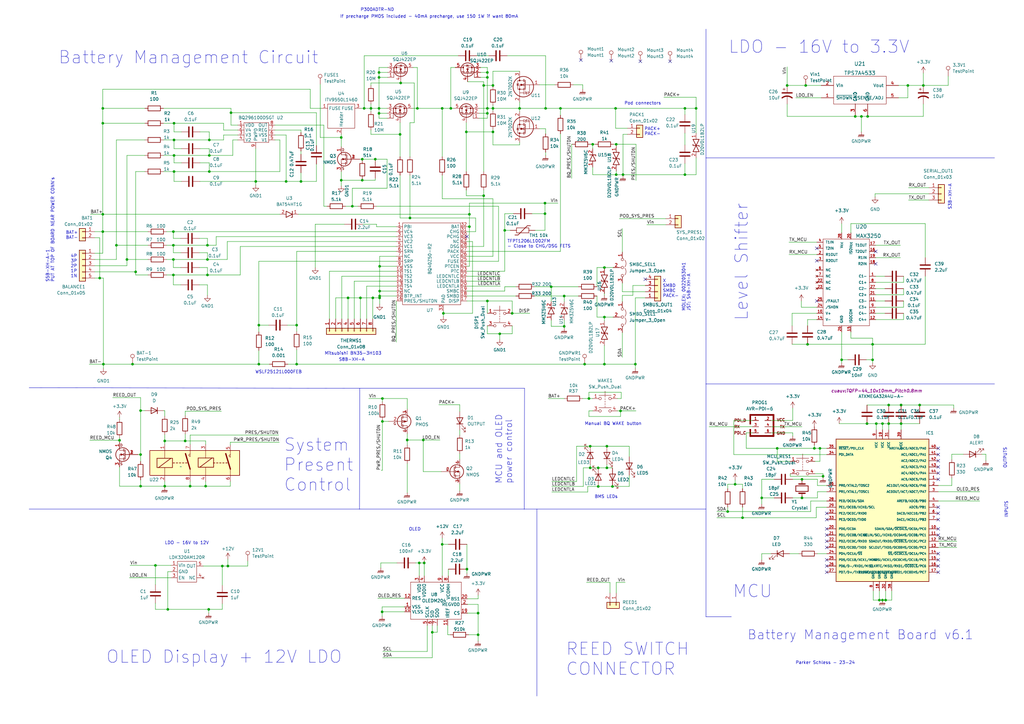
<source format=kicad_sch>
(kicad_sch (version 20230121) (generator eeschema)
  (paper "A3")
  (junction (at 123.444 74.422))
  (junction (at 164.338 34.036))
  (junction (at 40.894 114.046))
  (junction (at 177.292 259.334))
  (junction (at 364.49 173.736))
  (junction (at 42.164 44.45))
  (junction (at 245.364 199.517))
  (junction (at 247.904 149.352))
  (junction (at 328.93 196.596))
  (junction (at 334.01 183.896))
  (junction (at 71.374 57.404))
  (junction (at 202.184 35.052))
  (junction (at 337.566 195.326))
  (junction (at 355.6 173.736))
  (junction (at 248.92 191.897))
  (junction (at 223.774 44.45))
  (junction (at 42.164 87.884))
  (junction (at 199.898 123.444))
  (junction (at 223.52 87.63))
  (junction (at 77.978 199.39))
  (junction (at 71.12 94.996))
  (junction (at 117.348 74.422))
  (junction (at 67.564 199.39))
  (junction (at 156.845 172.847))
  (junction (at 71.12 100.584))
  (junction (at 198.374 35.052))
  (junction (at 68.834 249.936))
  (junction (at 171.196 44.45))
  (junction (at 173.99 230.886))
  (junction (at 85.852 57.404))
  (junction (at 67.564 180.848))
  (junction (at 52.07 106.426))
  (junction (at 167.005 180.467))
  (junction (at 91.186 232.156))
  (junction (at 242.062 183.007))
  (junction (at 49.022 180.594))
  (junction (at 312.42 204.216))
  (junction (at 298.45 209.804))
  (junction (at 223.52 83.312))
  (junction (at 357.886 141.224))
  (junction (at 57.658 199.39))
  (junction (at 57.658 168.402))
  (junction (at 181.356 44.45))
  (junction (at 196.088 260.35))
  (junction (at 191.516 233.426))
  (junction (at 155.702 122.174))
  (junction (at 121.666 149.352))
  (junction (at 155.448 44.45))
  (junction (at 168.148 89.408))
  (junction (at 378.714 35.052))
  (junction (at 155.702 109.22))
  (junction (at 330.454 35.052))
  (junction (at 231.394 133.858))
  (junction (at 42.164 94.996))
  (junction (at 377.19 166.116))
  (junction (at 71.374 50.546))
  (junction (at 156.845 163.449))
  (junction (at 202.184 44.45))
  (junction (at 94.742 46.228))
  (junction (at 260.604 149.352))
  (junction (at 42.418 149.352))
  (junction (at 173.609 180.467))
  (junction (at 239.776 149.352))
  (junction (at 106.172 133.35))
  (junction (at 199.898 44.45))
  (junction (at 199.898 31.75))
  (junction (at 242.062 191.897))
  (junction (at 252.73 59.182))
  (junction (at 328.93 204.216))
  (junction (at 301.498 198.628))
  (junction (at 47.752 100.584))
  (junction (at 247.904 130.048))
  (junction (at 363.22 246.126))
  (junction (at 251.206 199.517))
  (junction (at 213.106 44.45))
  (junction (at 155.448 31.75))
  (junction (at 336.296 183.896))
  (junction (at 304.546 212.344))
  (junction (at 147.828 122.174))
  (junction (at 71.374 70.358))
  (junction (at 361.95 246.126))
  (junction (at 139.954 73.914))
  (junction (at 192.532 87.884))
  (junction (at 148.59 73.914))
  (junction (at 85.598 249.936))
  (junction (at 55.626 111.506))
  (junction (at 255.524 71.628))
  (junction (at 63.754 231.902))
  (junction (at 369.57 166.116))
  (junction (at 148.59 65.278))
  (junction (at 156.718 250.952))
  (junction (at 241.554 163.449))
  (junction (at 196.088 251.46))
  (junction (at 243.078 59.182))
  (junction (at 361.95 173.736))
  (junction (at 191.262 54.102))
  (junction (at 345.186 147.574))
  (junction (at 149.352 44.45))
  (junction (at 364.49 166.116))
  (junction (at 181.864 128.524))
  (junction (at 199.898 46.482))
  (junction (at 85.09 106.426))
  (junction (at 231.394 121.412))
  (junction (at 155.702 121.412))
  (junction (at 318.77 183.896))
  (junction (at 155.448 46.482))
  (junction (at 42.164 50.546))
  (junction (at 199.898 29.718))
  (junction (at 152.908 122.174))
  (junction (at 155.448 29.718))
  (junction (at 71.12 106.426))
  (junction (at 226.06 117.602))
  (junction (at 252.73 71.628))
  (junction (at 93.472 232.156))
  (junction (at 181.356 223.266))
  (junction (at 359.41 173.736))
  (junction (at 204.978 136.906))
  (junction (at 247.904 109.728))
  (junction (at 57.658 186.436))
  (junction (at 75.946 180.848))
  (junction (at 85.09 100.584))
  (junction (at 85.852 63.754))
  (junction (at 229.87 44.45))
  (junction (at 192.532 92.964))
  (junction (at 210.058 128.524))
  (junction (at 280.924 44.45))
  (junction (at 207.01 94.488))
  (junction (at 71.374 63.754))
  (junction (at 353.314 47.752))
  (junction (at 357.886 147.574))
  (junction (at 285.496 44.45))
  (junction (at 85.09 112.776))
  (junction (at 369.57 173.736))
  (junction (at 155.702 119.38))
  (junction (at 153.924 65.278))
  (junction (at 121.666 133.35))
  (junction (at 85.852 70.358))
  (junction (at 104.902 74.422))
  (junction (at 106.172 149.352))
  (junction (at 202.184 54.102))
  (junction (at 245.364 191.897))
  (junction (at 360.68 246.126))
  (junction (at 372.364 35.052))
  (junction (at 84.328 199.39))
  (junction (at 280.924 71.628))
  (junction (at 184.912 44.45))
  (junction (at 71.12 112.776))
  (junction (at 144.526 84.582))
  (junction (at 171.958 230.886))
  (junction (at 139.954 56.388))
  (junction (at 355.854 47.752))
  (junction (at 350.774 47.752))
  (junction (at 54.356 149.352))
  (junction (at 198.374 80.264))
  (junction (at 142.748 122.174))
  (junction (at 252.476 44.45))
  (junction (at 164.084 55.118))
  (junction (at 248.92 183.007))
  (junction (at 152.146 44.45))
  (junction (at 322.834 35.052))
  (junction (at 331.216 141.224))
  (junction (at 254.508 168.529))
  (no_connect (at 384.81 210.566))
  (no_connect (at 250.698 24.892))
  (no_connect (at 335.026 106.934))
  (no_connect (at 339.09 210.566))
  (no_connect (at 274.828 25.146))
  (no_connect (at 384.81 229.616))
  (no_connect (at 339.09 216.916))
  (no_connect (at 384.81 219.456))
  (no_connect (at 359.156 108.204))
  (no_connect (at 384.81 216.916))
  (no_connect (at 384.81 188.976))
  (no_connect (at 384.81 191.516))
  (no_connect (at 339.09 219.456))
  (no_connect (at 264.668 114.554))
  (no_connect (at 339.09 232.156))
  (no_connect (at 339.09 234.696))
  (no_connect (at 335.026 123.444))
  (no_connect (at 335.026 101.854))
  (no_connect (at 384.81 227.076))
  (no_connect (at 339.09 229.616))
  (no_connect (at 384.81 183.896))
  (no_connect (at 384.81 196.596))
  (no_connect (at 384.81 186.436))
  (no_connect (at 384.81 208.026))
  (no_connect (at 339.09 224.536))
  (no_connect (at 191.516 97.028))
  (no_connect (at 384.81 234.696))
  (no_connect (at 339.09 221.996))
  (no_connect (at 359.156 103.124))
  (no_connect (at 384.81 194.056))
  (no_connect (at 262.636 25.146))
  (no_connect (at 238.252 24.638))
  (no_connect (at 384.81 232.156))
  (no_connect (at 384.81 213.106))
  (no_connect (at 339.09 213.106))
  (wire (pts (xy 152.146 44.45) (xy 152.146 45.72)))
  (wire (pts (xy 169.164 44.45) (xy 171.196 44.45)))
  (wire (pts (xy 84.328 180.848) (xy 84.328 182.245)))
  (wire (pts (xy 162.56 92.964) (xy 154.432 92.964)))
  (wire (pts (xy 369.57 173.736) (xy 377.19 173.736)))
  (wire (pts (xy 365.76 246.126) (xy 363.22 246.126)))
  (wire (pts (xy 42.164 36.576) (xy 127.254 36.576)))
  (wire (pts (xy 325.12 177.546) (xy 325.12 178.816)))
  (wire (pts (xy 370.586 120.904) (xy 359.156 120.904)))
  (wire (pts (xy 197.104 27.686) (xy 199.898 27.686)))
  (wire (pts (xy 285.496 44.45) (xy 285.496 39.878)))
  (wire (pts (xy 252.73 238.887) (xy 252.73 243.205)))
  (wire (pts (xy 335.026 125.984) (xy 328.676 125.984)))
  (wire (pts (xy 164.084 55.118) (xy 164.084 64.262)))
  (wire (pts (xy 199.898 123.444) (xy 199.898 128.524)))
  (wire (pts (xy 155.448 31.75) (xy 155.448 44.45)))
  (wire (pts (xy 273.05 92.202) (xy 265.303 92.202)))
  (wire (pts (xy 191.516 123.444) (xy 199.898 123.444)))
  (wire (pts (xy 123.444 61.976) (xy 123.444 63.246)))
  (wire (pts (xy 156.845 163.449) (xy 156.845 164.719)))
  (wire (pts (xy 123.444 53.34) (xy 123.444 54.356)))
  (wire (pts (xy 191.516 92.964) (xy 192.532 92.964)))
  (wire (pts (xy 97.536 53.34) (xy 91.694 53.34)))
  (wire (pts (xy 148.082 44.45) (xy 149.352 44.45)))
  (wire (pts (xy 345.186 147.574) (xy 347.726 147.574)))
  (wire (pts (xy 355.854 47.752) (xy 378.714 47.752)))
  (wire (pts (xy 255.27 123.698) (xy 255.27 121.158)))
  (wire (pts (xy 154.432 91.948) (xy 148.844 91.948)))
  (wire (pts (xy 369.57 173.736) (xy 364.49 173.736)))
  (wire (pts (xy 334.772 208.026) (xy 334.772 212.344)))
  (wire (pts (xy 285.496 54.61) (xy 285.496 44.45)))
  (wire (pts (xy 37.084 87.884) (xy 42.164 87.884)))
  (wire (pts (xy 129.794 67.31) (xy 129.794 74.422)))
  (wire (pts (xy 95.504 57.404) (xy 95.504 63.754)))
  (wire (pts (xy 164.084 55.118) (xy 152.146 55.118)))
  (wire (pts (xy 38.862 94.996) (xy 42.164 94.996)))
  (wire (pts (xy 167.005 177.927) (xy 167.005 180.467)))
  (wire (pts (xy 195.072 94.996) (xy 191.516 94.996)))
  (wire (pts (xy 155.448 46.482) (xy 158.75 46.482)))
  (wire (pts (xy 202.184 59.436) (xy 213.106 59.436)))
  (wire (pts (xy 260.604 149.352) (xy 247.904 149.352)))
  (wire (pts (xy 47.752 106.426) (xy 47.752 100.584)))
  (wire (pts (xy 337.566 194.31) (xy 334.264 194.31)))
  (wire (pts (xy 355.6 166.116) (xy 364.49 166.116)))
  (wire (pts (xy 196.088 260.35) (xy 196.088 262.89)))
  (wire (pts (xy 85.09 106.426) (xy 93.218 106.426)))
  (wire (pts (xy 324.866 128.524) (xy 324.866 133.604)))
  (wire (pts (xy 38.862 108.966) (xy 52.07 108.966)))
  (wire (pts (xy 196.088 244.094) (xy 196.088 245.618)))
  (wire (pts (xy 67.056 63.754) (xy 71.374 63.754)))
  (wire (pts (xy 36.83 180.594) (xy 49.022 180.594)))
  (wire (pts (xy 255.27 121.158) (xy 259.588 121.158)))
  (wire (pts (xy 147.828 130.81) (xy 147.828 122.174)))
  (wire (pts (xy 67.056 70.358) (xy 71.374 70.358)))
  (wire (pts (xy 158.75 77.216) (xy 158.75 65.278)))
  (wire (pts (xy 49.022 171.958) (xy 49.022 171.196)))
  (wire (pts (xy 75.946 180.848) (xy 84.328 180.848)))
  (wire (pts (xy 199.898 136.906) (xy 204.978 136.906)))
  (wire (pts (xy 364.49 166.116) (xy 369.57 166.116)))
  (wire (pts (xy 85.852 70.358) (xy 114.808 70.358)))
  (wire (pts (xy 199.898 29.718) (xy 199.898 31.75)))
  (wire (pts (xy 196.088 247.904) (xy 196.088 251.46)))
  (wire (pts (xy 304.546 212.344) (xy 334.772 212.344)))
  (wire (pts (xy 59.436 57.404) (xy 47.752 57.404)))
  (wire (pts (xy 196.596 48.514) (xy 199.898 48.514)))
  (wire (pts (xy 191.516 103.124) (xy 229.87 103.124)))
  (wire (pts (xy 252.73 238.887) (xy 256.413 238.887)))
  (wire (pts (xy 218.186 87.63) (xy 223.52 87.63)))
  (wire (pts (xy 202.184 35.56) (xy 202.184 35.052)))
  (wire (pts (xy 247.904 109.728) (xy 247.904 110.236)))
  (wire (pts (xy 127.254 44.45) (xy 131.826 44.45)))
  (wire (pts (xy 300.99 186.436) (xy 300.99 172.466)))
  (wire (pts (xy 239.268 191.897) (xy 239.268 199.517)))
  (wire (pts (xy 229.87 54.864) (xy 229.87 103.124)))
  (wire (pts (xy 226.314 201.803) (xy 241.046 201.803)))
  (wire (pts (xy 359.156 105.664) (xy 369.316 105.664)))
  (wire (pts (xy 141.732 84.582) (xy 144.526 84.582)))
  (wire (pts (xy 137.668 130.81) (xy 137.668 122.174)))
  (wire (pts (xy 74.168 116.84) (xy 71.12 116.84)))
  (wire (pts (xy 168.148 50.292) (xy 168.148 64.262)))
  (wire (pts (xy 152.908 130.81) (xy 152.908 122.174)))
  (wire (pts (xy 83.312 232.156) (xy 91.186 232.156)))
  (wire (pts (xy 247.904 130.048) (xy 247.904 131.572)))
  (wire (pts (xy 254 89.662) (xy 273.05 89.662)))
  (wire (pts (xy 94.488 197.485) (xy 94.488 199.39)))
  (wire (pts (xy 348.996 95.504) (xy 348.996 91.694)))
  (wire (pts (xy 209.296 94.488) (xy 207.01 94.488)))
  (wire (pts (xy 57.658 163.068) (xy 57.658 168.402)))
  (wire (pts (xy 384.81 221.996) (xy 392.43 221.996)))
  (wire (pts (xy 42.164 87.884) (xy 114.808 87.884)))
  (wire (pts (xy 139.954 55.118) (xy 139.954 56.388)))
  (wire (pts (xy 255.524 55.118) (xy 257.302 55.118)))
  (wire (pts (xy 169.418 27.686) (xy 171.196 27.686)))
  (wire (pts (xy 223.52 83.312) (xy 223.52 87.63)))
  (wire (pts (xy 339.09 205.486) (xy 332.486 205.486)))
  (wire (pts (xy 158.75 65.278) (xy 153.924 65.278)))
  (polyline (pts (xy 215.138 159.258) (xy 147.574 159.258)))
  (wire (pts (xy 348.996 91.694) (xy 379.476 91.694)))
  (wire (pts (xy 335.28 227.076) (xy 339.09 227.076)))
  (wire (pts (xy 164.084 89.408) (xy 168.148 89.408)))
  (wire (pts (xy 316.23 175.006) (xy 328.93 175.006)))
  (wire (pts (xy 298.45 198.628) (xy 298.45 200.406)))
  (wire (pts (xy 280.924 44.45) (xy 252.476 44.45)))
  (wire (pts (xy 162.56 103.124) (xy 121.666 103.124)))
  (wire (pts (xy 148.59 65.278) (xy 148.59 65.786)))
  (wire (pts (xy 243.078 168.529) (xy 241.554 168.529)))
  (wire (pts (xy 82.042 60.96) (xy 85.852 60.96)))
  (wire (pts (xy 192.278 260.35) (xy 196.088 260.35)))
  (wire (pts (xy 335.28 201.676) (xy 335.28 204.216)))
  (wire (pts (xy 242.062 183.007) (xy 236.474 183.007)))
  (wire (pts (xy 171.958 230.886) (xy 173.99 230.886)))
  (wire (pts (xy 252.476 44.45) (xy 252.476 52.578)))
  (wire (pts (xy 59.436 70.358) (xy 55.626 70.358)))
  (wire (pts (xy 129.794 46.228) (xy 94.742 46.228)))
  (wire (pts (xy 391.16 166.116) (xy 391.16 167.386)))
  (wire (pts (xy 57.658 199.39) (xy 49.022 199.39)))
  (wire (pts (xy 156.972 267.208) (xy 175.26 267.208)))
  (wire (pts (xy 255.27 119.634) (xy 264.668 119.634)))
  (wire (pts (xy 162.56 115.316) (xy 145.288 115.316)))
  (wire (pts (xy 384.81 205.486) (xy 401.828 205.486)))
  (wire (pts (xy 339.09 199.136) (xy 335.28 199.136)))
  (wire (pts (xy 71.374 70.358) (xy 85.852 70.358)))
  (wire (pts (xy 38.862 97.536) (xy 40.894 97.536)))
  (wire (pts (xy 326.39 40.132) (xy 336.804 40.132)))
  (wire (pts (xy 229.87 44.45) (xy 229.87 47.244)))
  (wire (pts (xy 339.09 201.676) (xy 335.28 201.676)))
  (wire (pts (xy 239.014 34.798) (xy 239.014 36.576)))
  (wire (pts (xy 173.609 180.467) (xy 180.467 180.467)))
  (wire (pts (xy 223.774 62.484) (xy 223.774 63.754)))
  (wire (pts (xy 93.218 106.426) (xy 93.218 99.06)))
  (wire (pts (xy 207.01 111.252) (xy 191.516 111.252)))
  (wire (pts (xy 63.754 231.902) (xy 63.754 239.776)))
  (wire (pts (xy 357.886 141.224) (xy 379.476 141.224)))
  (wire (pts (xy 171.196 27.686) (xy 171.196 44.45)))
  (wire (pts (xy 336.296 183.896) (xy 336.296 189.23)))
  (wire (pts (xy 298.45 209.804) (xy 332.486 209.804)))
  (wire (pts (xy 332.486 205.486) (xy 332.486 209.804)))
  (wire (pts (xy 207.01 87.63) (xy 207.01 94.488)))
  (wire (pts (xy 71.374 57.404) (xy 85.852 57.404)))
  (wire (pts (xy 208.026 22.86) (xy 223.774 22.86)))
  (wire (pts (xy 63.754 247.396) (xy 63.754 249.936)))
  (wire (pts (xy 199.898 31.75) (xy 199.898 44.45)))
  (wire (pts (xy 71.374 50.546) (xy 91.694 50.546)))
  (wire (pts (xy 49.022 179.578) (xy 49.022 180.594)))
  (wire (pts (xy 255.524 71.628) (xy 280.924 71.628)))
  (wire (pts (xy 359.156 113.284) (xy 362.966 113.284)))
  (wire (pts (xy 162.56 111.252) (xy 135.128 111.252)))
  (wire (pts (xy 71.12 100.584) (xy 71.12 103.632)))
  (wire (pts (xy 85.09 112.776) (xy 98.552 112.776)))
  (wire (pts (xy 388.874 31.242) (xy 388.874 35.052)))
  (wire (pts (xy 199.898 48.514) (xy 199.898 46.482)))
  (polyline (pts (xy 289.56 11.938) (xy 289.56 64.77)))
  (polyline (pts (xy 289.56 157.48) (xy 289.56 252.984)))
  (wire (pts (xy 134.112 84.582) (xy 132.842 84.582)))
  (wire (pts (xy 390.398 188.468) (xy 390.398 186.309)))
  (wire (pts (xy 94.488 181.356) (xy 114.554 181.356)))
  (wire (pts (xy 38.862 106.426) (xy 47.752 106.426)))
  (wire (pts (xy 202.184 29.21) (xy 202.184 35.052)))
  (wire (pts (xy 181.356 236.22) (xy 181.356 223.266)))
  (wire (pts (xy 167.005 167.767) (xy 167.005 163.449)))
  (wire (pts (xy 245.364 191.897) (xy 242.062 191.897)))
  (wire (pts (xy 323.85 227.076) (xy 327.66 227.076)))
  (wire (pts (xy 173.99 230.886) (xy 173.99 236.22)))
  (wire (pts (xy 304.546 200.406) (xy 304.546 198.628)))
  (wire (pts (xy 361.95 246.126) (xy 363.22 246.126)))
  (polyline (pts (xy 289.56 252.984) (xy 299.974 252.984)))
  (wire (pts (xy 213.106 29.21) (xy 202.184 29.21)))
  (wire (pts (xy 38.862 114.046) (xy 40.894 114.046)))
  (wire (pts (xy 77.978 199.39) (xy 67.564 199.39)))
  (wire (pts (xy 202.184 43.18) (xy 202.184 44.45)))
  (wire (pts (xy 137.668 122.174) (xy 142.748 122.174)))
  (wire (pts (xy 359.156 100.584) (xy 369.316 100.584)))
  (wire (pts (xy 67.564 180.848) (xy 67.564 182.245)))
  (wire (pts (xy 223.52 87.63) (xy 223.52 94.488)))
  (wire (pts (xy 155.702 119.38) (xy 162.56 119.38)))
  (wire (pts (xy 165.862 250.952) (xy 156.718 250.952)))
  (wire (pts (xy 306.07 177.546) (xy 308.61 177.546)))
  (wire (pts (xy 68.326 112.776) (xy 71.12 112.776)))
  (wire (pts (xy 192.532 87.884) (xy 192.532 92.964)))
  (wire (pts (xy 52.07 108.966) (xy 52.07 106.426)))
  (wire (pts (xy 318.77 183.896) (xy 318.77 189.23)))
  (wire (pts (xy 202.184 54.102) (xy 202.184 59.436)))
  (wire (pts (xy 241.554 170.815) (xy 254.508 170.815)))
  (wire (pts (xy 91.694 53.34) (xy 91.694 50.546)))
  (wire (pts (xy 357.886 141.224) (xy 357.886 147.574)))
  (wire (pts (xy 188.595 168.783) (xy 188.595 165.989)))
  (wire (pts (xy 258.064 187.325) (xy 258.064 183.007)))
  (wire (pts (xy 36.576 149.352) (xy 42.418 149.352)))
  (wire (pts (xy 132.842 84.582) (xy 132.842 51.308)))
  (wire (pts (xy 55.626 111.506) (xy 55.626 112.776)))
  (wire (pts (xy 181.356 44.45) (xy 181.356 64.262)))
  (wire (pts (xy 177.292 256.54) (xy 177.292 259.334)))
  (wire (pts (xy 94.742 46.228) (xy 94.742 51.308)))
  (wire (pts (xy 334.01 183.896) (xy 336.296 183.896)))
  (wire (pts (xy 364.49 176.276) (xy 364.49 173.736)))
  (wire (pts (xy 219.202 117.602) (xy 226.06 117.602)))
  (wire (pts (xy 159.004 27.686) (xy 155.448 27.686)))
  (wire (pts (xy 377.19 166.116) (xy 391.16 166.116)))
  (wire (pts (xy 191.516 117.348) (xy 205.232 117.348)))
  (wire (pts (xy 52.07 63.754) (xy 52.07 106.426)))
  (wire (pts (xy 131.318 34.544) (xy 131.318 56.388)))
  (wire (pts (xy 91.186 247.65) (xy 91.186 249.936)))
  (wire (pts (xy 370.586 115.824) (xy 359.156 115.824)))
  (wire (pts (xy 183.642 260.35) (xy 184.658 260.35)))
  (wire (pts (xy 74.168 103.632) (xy 71.12 103.632)))
  (wire (pts (xy 68.326 100.584) (xy 71.12 100.584)))
  (wire (pts (xy 195.58 22.86) (xy 200.406 22.86)))
  (wire (pts (xy 204.47 107.188) (xy 191.516 107.188)))
  (wire (pts (xy 167.005 180.467) (xy 167.005 182.499)))
  (wire (pts (xy 241.046 199.517) (xy 245.364 199.517)))
  (wire (pts (xy 260.604 149.352) (xy 260.604 151.13)))
  (wire (pts (xy 162.814 230.886) (xy 156.21 230.886)))
  (wire (pts (xy 255.27 146.558) (xy 255.27 136.398)))
  (wire (pts (xy 255.524 55.118) (xy 255.524 71.628)))
  (wire (pts (xy 247.904 120.396) (xy 247.904 121.158)))
  (wire (pts (xy 219.202 121.412) (xy 231.394 121.412)))
  (wire (pts (xy 207.01 94.488) (xy 207.01 111.252)))
  (wire (pts (xy 199.898 46.482) (xy 199.898 44.45)))
  (polyline (pts (xy 11.938 208.788) (xy 289.56 208.788)))
  (wire (pts (xy 179.324 256.54) (xy 179.324 259.334)))
  (wire (pts (xy 71.374 66.802) (xy 71.374 63.754)))
  (wire (pts (xy 199.898 46.482) (xy 196.596 46.482)))
  (wire (pts (xy 71.12 116.84) (xy 71.12 112.776)))
  (wire (pts (xy 85.09 100.584) (xy 88.646 100.584)))
  (wire (pts (xy 294.005 212.344) (xy 304.546 212.344)))
  (wire (pts (xy 155.448 27.686) (xy 155.448 29.718)))
  (wire (pts (xy 106.172 107.188) (xy 106.172 133.35)))
  (wire (pts (xy 358.902 79.502) (xy 358.902 80.772)))
  (wire (pts (xy 258.064 199.517) (xy 258.064 194.945)))
  (polyline (pts (xy 289.56 64.77) (xy 289.56 157.48)))
  (wire (pts (xy 198.374 35.052) (xy 202.184 35.052)))
  (wire (pts (xy 370.586 131.064) (xy 359.156 131.064)))
  (wire (pts (xy 71.12 109.728) (xy 71.12 106.426)))
  (wire (pts (xy 242.062 190.627) (xy 242.062 191.897)))
  (wire (pts (xy 63.754 249.936) (xy 68.834 249.936)))
  (polyline (pts (xy 11.938 159.004) (xy 147.574 159.258)))
  (wire (pts (xy 198.374 35.052) (xy 198.374 70.358)))
  (wire (pts (xy 59.436 63.754) (xy 52.07 63.754)))
  (wire (pts (xy 213.106 41.91) (xy 213.106 44.45)))
  (wire (pts (xy 181.356 81.534) (xy 202.184 81.534)))
  (wire (pts (xy 155.448 29.718) (xy 155.448 31.75)))
  (wire (pts (xy 121.666 103.124) (xy 121.666 133.35)))
  (wire (pts (xy 42.164 87.884) (xy 42.164 50.546)))
  (wire (pts (xy 171.196 44.45) (xy 181.356 44.45)))
  (wire (pts (xy 162.56 105.156) (xy 155.702 105.156)))
  (wire (pts (xy 106.172 149.352) (xy 110.49 149.352)))
  (wire (pts (xy 42.164 44.45) (xy 42.164 36.576)))
  (wire (pts (xy 71.12 94.996) (xy 162.56 94.996)))
  (wire (pts (xy 152.146 42.672) (xy 152.146 44.45)))
  (wire (pts (xy 68.834 249.936) (xy 85.598 249.936)))
  (wire (pts (xy 46.228 163.068) (xy 57.658 163.068)))
  (wire (pts (xy 191.77 247.904) (xy 196.088 247.904)))
  (wire (pts (xy 365.76 242.316) (xy 365.76 246.126)))
  (wire (pts (xy 97.536 57.404) (xy 95.504 57.404)))
  (wire (pts (xy 369.57 166.116) (xy 377.19 166.116)))
  (wire (pts (xy 255.27 116.078) (xy 255.27 119.634)))
  (wire (pts (xy 156.845 172.339) (xy 156.845 172.847)))
  (wire (pts (xy 148.59 65.278) (xy 153.924 65.278)))
  (wire (pts (xy 158.75 44.45) (xy 155.448 44.45)))
  (wire (pts (xy 180.975 193.421) (xy 173.609 193.421)))
  (wire (pts (xy 158.75 48.514) (xy 155.448 48.514)))
  (wire (pts (xy 188.595 186.055) (xy 188.595 188.341)))
  (wire (pts (xy 141.224 91.948) (xy 129.286 91.948)))
  (wire (pts (xy 251.714 59.182) (xy 252.73 59.182)))
  (wire (pts (xy 155.702 109.22) (xy 155.702 119.38)))
  (wire (pts (xy 250.19 243.205) (xy 250.19 238.887)))
  (wire (pts (xy 379.476 91.694) (xy 379.476 105.664)))
  (wire (pts (xy 193.802 128.524) (xy 181.864 128.524)))
  (wire (pts (xy 85.598 249.936) (xy 85.598 251.46)))
  (wire (pts (xy 318.77 189.23) (xy 324.104 189.23)))
  (wire (pts (xy 207.01 119.38) (xy 191.516 119.38)))
  (wire (pts (xy 121.666 143.51) (xy 121.666 149.352)))
  (wire (pts (xy 74.168 109.728) (xy 71.12 109.728)))
  (wire (pts (xy 372.364 40.132) (xy 372.364 35.052)))
  (wire (pts (xy 71.374 63.754) (xy 85.852 63.754)))
  (wire (pts (xy 325.12 167.386) (xy 325.12 172.466)))
  (wire (pts (xy 154.432 84.582) (xy 204.47 84.582)))
  (wire (pts (xy 60.706 94.996) (xy 42.164 94.996)))
  (wire (pts (xy 162.56 107.188) (xy 106.172 107.188)))
  (wire (pts (xy 312.42 196.596) (xy 312.42 204.216)))
  (wire (pts (xy 147.574 65.278) (xy 148.59 65.278)))
  (wire (pts (xy 199.898 44.45) (xy 202.184 44.45)))
  (wire (pts (xy 55.626 112.776) (xy 60.706 112.776)))
  (wire (pts (xy 361.95 173.736) (xy 364.49 173.736)))
  (wire (pts (xy 67.056 57.404) (xy 71.374 57.404)))
  (wire (pts (xy 363.22 242.316) (xy 363.22 246.126)))
  (wire (pts (xy 306.07 183.896) (xy 318.77 183.896)))
  (wire (pts (xy 71.374 60.96) (xy 71.374 57.404)))
  (wire (pts (xy 390.398 196.088) (xy 390.398 199.136)))
  (wire (pts (xy 223.774 44.45) (xy 229.87 44.45)))
  (wire (pts (xy 192.532 92.964) (xy 192.532 109.22)))
  (wire (pts (xy 370.586 128.524) (xy 370.586 131.064)))
  (wire (pts (xy 127.254 36.576) (xy 127.254 44.45)))
  (wire (pts (xy 294.005 209.804) (xy 298.45 209.804)))
  (wire (pts (xy 207.01 117.602) (xy 207.01 119.38)))
  (wire (pts (xy 213.106 58.42) (xy 213.106 59.436)))
  (wire (pts (xy 191.262 50.292) (xy 191.262 54.102)))
  (wire (pts (xy 323.596 99.314) (xy 335.026 99.314)))
  (wire (pts (xy 317.5 196.596) (xy 312.42 196.596)))
  (wire (pts (xy 156.972 269.748) (xy 177.292 269.748)))
  (wire (pts (xy 140.208 113.284) (xy 140.208 130.81)))
  (wire (pts (xy 248.92 183.007) (xy 242.062 183.007)))
  (wire (pts (xy 181.864 128.524) (xy 181.864 129.794)))
  (wire (pts (xy 359.41 173.736) (xy 359.41 176.276)))
  (wire (pts (xy 151.257 163.449) (xy 156.845 163.449)))
  (wire (pts (xy 85.852 60.96) (xy 85.852 63.754)))
  (wire (pts (xy 226.314 199.517) (xy 239.268 199.517)))
  (wire (pts (xy 355.6 173.736) (xy 359.41 173.736)))
  (wire (pts (xy 191.516 121.412) (xy 211.582 121.412)))
  (wire (pts (xy 221.234 34.798) (xy 227.584 34.798)))
  (wire (pts (xy 144.526 77.216) (xy 158.75 77.216)))
  (wire (pts (xy 98.552 112.776) (xy 98.552 101.092)))
  (wire (pts (xy 42.164 50.546) (xy 42.164 44.45)))
  (wire (pts (xy 156.718 248.92) (xy 165.862 248.92)))
  (wire (pts (xy 67.564 168.402) (xy 67.564 170.688)))
  (wire (pts (xy 123.444 74.422) (xy 117.348 74.422)))
  (wire (pts (xy 94.488 199.39) (xy 84.328 199.39)))
  (wire (pts (xy 335.28 196.596) (xy 328.93 196.596)))
  (wire (pts (xy 234.442 59.182) (xy 234.696 59.182)))
  (wire (pts (xy 114.808 57.404) (xy 114.808 70.358)))
  (wire (pts (xy 181.356 220.726) (xy 181.356 223.266)))
  (wire (pts (xy 169.926 34.036) (xy 169.926 50.292)))
  (wire (pts (xy 42.164 103.886) (xy 38.862 103.886)))
  (wire (pts (xy 170.434 230.886) (xy 171.958 230.886)))
  (wire (pts (xy 88.646 97.028) (xy 162.56 97.028)))
  (wire (pts (xy 93.472 229.362) (xy 93.472 232.156)))
  (wire (pts (xy 191.262 77.978) (xy 191.262 80.264)))
  (wire (pts (xy 135.128 111.252) (xy 135.128 130.81)))
  (wire (pts (xy 300.99 172.466) (xy 308.61 172.466)))
  (wire (pts (xy 345.186 147.574) (xy 345.186 148.844)))
  (wire (pts (xy 358.14 246.126) (xy 360.68 246.126)))
  (wire (pts (xy 290.83 175.006) (xy 308.61 175.006)))
  (wire (pts (xy 67.056 168.402) (xy 67.564 168.402)))
  (wire (pts (xy 191.516 233.426) (xy 191.516 235.204)))
  (wire (pts (xy 153.924 73.152) (xy 153.924 73.914)))
  (wire (pts (xy 192.532 83.312) (xy 192.532 87.884)))
  (wire (pts (xy 384.81 196.596) (xy 384.81 196.469)))
  (wire (pts (xy 177.292 259.334) (xy 179.324 259.334)))
  (wire (pts (xy 331.216 131.064) (xy 331.216 133.604)))
  (wire (pts (xy 57.658 186.436) (xy 57.658 189.23)))
  (wire (pts (xy 252.73 59.182) (xy 252.73 59.944)))
  (wire (pts (xy 272.288 39.878) (xy 285.496 39.878)))
  (wire (pts (xy 191.516 113.284) (xy 205.232 113.284)))
  (wire (pts (xy 181.356 223.266) (xy 183.896 223.266)))
  (wire (pts (xy 239.014 163.449) (xy 241.554 163.449)))
  (wire (pts (xy 168.148 71.882) (xy 168.148 89.408)))
  (wire (pts (xy 154.94 245.364) (xy 165.862 245.364)))
  (wire (pts (xy 285.496 64.77) (xy 285.496 71.628)))
  (wire (pts (xy 251.206 199.517) (xy 258.064 199.517)))
  (wire (pts (xy 241.554 163.449) (xy 241.554 160.909)))
  (wire (pts (xy 223.774 52.832) (xy 221.234 52.832)))
  (wire (pts (xy 91.186 232.156) (xy 93.472 232.156)))
  (polyline (pts (xy 220.218 208.788) (xy 220.218 285.496)))
  (wire (pts (xy 57.658 186.436) (xy 56.642 186.436)))
  (wire (pts (xy 153.924 65.532) (xy 153.924 65.278)))
  (polyline (pts (xy 407.924 64.77) (xy 289.56 64.77)))
  (wire (pts (xy 123.444 70.866) (xy 123.444 74.422)))
  (wire (pts (xy 260.858 59.182) (xy 260.858 74.041)))
  (wire (pts (xy 117.348 55.372) (xy 112.776 55.372)))
  (wire (pts (xy 245.364 199.517) (xy 251.206 199.517)))
  (wire (pts (xy 49.022 180.594) (xy 49.022 181.356)))
  (wire (pts (xy 155.448 31.75) (xy 159.004 31.75)))
  (wire (pts (xy 149.352 44.45) (xy 152.146 44.45)))
  (wire (pts (xy 244.856 109.728) (xy 247.904 109.728)))
  (wire (pts (xy 345.186 136.144) (xy 345.186 147.574)))
  (wire (pts (xy 243.078 71.628) (xy 252.73 71.628)))
  (wire (pts (xy 328.676 123.444) (xy 328.676 125.984)))
  (wire (pts (xy 191.77 251.46) (xy 196.088 251.46)))
  (wire (pts (xy 40.894 97.536) (xy 40.894 114.046)))
  (wire (pts (xy 167.005 180.467) (xy 173.609 180.467)))
  (wire (pts (xy 74.422 60.96) (xy 71.374 60.96)))
  (wire (pts (xy 328.93 204.216) (xy 325.12 204.216)))
  (wire (pts (xy 202.184 105.156) (xy 191.516 105.156)))
  (wire (pts (xy 191.516 99.06) (xy 193.802 99.06)))
  (wire (pts (xy 253.238 168.529) (xy 254.508 168.529)))
  (wire (pts (xy 42.164 50.546) (xy 59.436 50.546)))
  (wire (pts (xy 231.394 133.858) (xy 231.394 134.62)))
  (wire (pts (xy 379.476 141.224) (xy 379.476 113.284)))
  (wire (pts (xy 57.658 196.85) (xy 57.658 199.39)))
  (wire (pts (xy 162.56 123.444) (xy 162.56 140.335)))
  (wire (pts (xy 236.474 183.007) (xy 236.474 197.485)))
  (wire (pts (xy 370.586 118.364) (xy 370.586 120.904)))
  (wire (pts (xy 192.532 109.22) (xy 191.516 109.22)))
  (wire (pts (xy 384.81 224.536) (xy 392.43 224.536)))
  (wire (pts (xy 344.17 173.736) (xy 355.6 173.736)))
  (wire (pts (xy 153.924 73.914) (xy 148.59 73.914)))
  (wire (pts (xy 118.11 149.352) (xy 121.666 149.352)))
  (wire (pts (xy 210.058 123.444) (xy 210.058 128.524)))
  (wire (pts (xy 210.058 136.906) (xy 204.978 136.906)))
  (wire (pts (xy 54.356 149.352) (xy 106.172 149.352)))
  (wire (pts (xy 145.288 115.316) (xy 145.288 130.81)))
  (wire (pts (xy 164.338 33.528) (xy 164.338 34.036)))
  (wire (pts (xy 254.762 160.909) (xy 254.762 163.449)))
  (wire (pts (xy 84.328 197.485) (xy 84.328 199.39)))
  (wire (pts (xy 42.164 94.996) (xy 42.164 103.886)))
  (wire (pts (xy 149.352 22.86) (xy 187.96 22.86)))
  (wire (pts (xy 202.184 44.45) (xy 213.106 44.45)))
  (wire (pts (xy 75.946 178.054) (xy 75.946 180.848)))
  (wire (pts (xy 71.12 112.776) (xy 85.09 112.776)))
  (wire (pts (xy 177.292 259.334) (xy 177.292 269.748)))
  (wire (pts (xy 223.774 52.832) (xy 223.774 54.864)))
  (wire (pts (xy 42.164 94.996) (xy 42.164 87.884)))
  (wire (pts (xy 285.496 44.45) (xy 280.924 44.45)))
  (wire (pts (xy 98.552 101.092) (xy 162.56 101.092)))
  (wire (pts (xy 242.316 59.182) (xy 243.078 59.182)))
  (wire (pts (xy 156.21 230.886) (xy 156.21 232.918)))
  (wire (pts (xy 240.538 238.887) (xy 250.19 238.887)))
  (wire (pts (xy 210.566 87.63) (xy 207.01 87.63)))
  (wire (pts (xy 229.87 44.45) (xy 252.476 44.45)))
  (wire (pts (xy 71.12 94.996) (xy 71.12 97.79)))
  (wire (pts (xy 82.042 74.422) (xy 104.902 74.422)))
  (wire (pts (xy 122.428 87.884) (xy 192.532 87.884)))
  (wire (pts (xy 57.658 168.402) (xy 59.436 168.402)))
  (wire (pts (xy 336.296 183.896) (xy 339.09 183.896)))
  (wire (pts (xy 248.92 190.627) (xy 248.92 191.897)))
  (wire (pts (xy 121.666 149.352) (xy 239.776 149.352)))
  (wire (pts (xy 378.714 42.672) (xy 378.714 47.752)))
  (wire (pts (xy 337.566 195.326) (xy 337.566 194.31)))
  (wire (pts (xy 196.596 44.45) (xy 199.898 44.45)))
  (wire (pts (xy 357.886 138.684) (xy 357.886 141.224)))
  (wire (pts (xy 260.604 122.174) (xy 260.604 149.352)))
  (wire (pts (xy 74.422 66.802) (xy 71.374 66.802)))
  (wire (pts (xy 335.28 204.216) (xy 328.93 204.216)))
  (wire (pts (xy 155.702 121.412) (xy 155.702 122.174)))
  (wire (pts (xy 231.394 121.412) (xy 231.394 123.698)))
  (wire (pts (xy 254.508 168.529) (xy 260.858 168.529)))
  (wire (pts (xy 323.596 104.394) (xy 335.026 104.394)))
  (wire (pts (xy 68.834 234.442) (xy 68.834 249.936)))
  (wire (pts (xy 298.45 208.026) (xy 298.45 209.804)))
  (wire (pts (xy 244.856 130.048) (xy 247.904 130.048)))
  (wire (pts (xy 223.774 22.86) (xy 223.774 44.45)))
  (wire (pts (xy 156.337 192.913) (xy 156.845 192.913)))
  (wire (pts (xy 129.286 91.948) (xy 129.286 109.728)))
  (wire (pts (xy 360.68 242.316) (xy 360.68 246.126)))
  (wire (pts (xy 304.546 208.026) (xy 304.546 212.344)))
  (wire (pts (xy 104.902 74.422) (xy 104.902 75.946)))
  (wire (pts (xy 231.394 121.412) (xy 237.236 121.412)))
  (wire (pts (xy 306.07 183.896) (xy 306.07 177.546)))
  (wire (pts (xy 339.09 208.026) (xy 334.772 208.026)))
  (wire (pts (xy 106.172 143.764) (xy 106.172 149.352)))
  (wire (pts (xy 199.898 123.444) (xy 210.058 123.444)))
  (wire (pts (xy 71.12 100.584) (xy 85.09 100.584)))
  (wire (pts (xy 75.946 170.434) (xy 75.946 168.656)))
  (wire (pts (xy 42.164 44.45) (xy 59.436 44.45)))
  (wire (pts (xy 359.156 123.444) (xy 362.966 123.444)))
  (wire (pts (xy 360.68 246.126) (xy 361.95 246.126)))
  (wire (pts (xy 155.702 122.174) (xy 155.702 124.714)))
  (wire (pts (xy 223.52 83.312) (xy 228.854 83.312)))
  (wire (pts (xy 358.14 242.316) (xy 358.14 246.126)))
  (wire (pts (xy 378.714 35.052) (xy 388.874 35.052)))
  (wire (pts (xy 335.026 131.064) (xy 331.216 131.064)))
  (wire (pts (xy 316.23 177.546) (xy 325.12 177.546)))
  (wire (pts (xy 247.904 149.352) (xy 239.776 149.352)))
  (wire (pts (xy 77.978 197.485) (xy 77.978 199.39)))
  (wire (pts (xy 243.078 59.182) (xy 244.094 59.182)))
  (wire (pts (xy 68.326 94.996) (xy 71.12 94.996)))
  (wire (pts (xy 372.618 76.962) (xy 381 76.962)))
  (wire (pts (xy 106.172 136.144) (xy 106.172 133.35)))
  (wire (pts (xy 247.904 130.048) (xy 251.46 130.048)))
  (wire (pts (xy 173.609 193.421) (xy 173.609 180.467)))
  (wire (pts (xy 81.788 116.84) (xy 85.09 116.84)))
  (wire (pts (xy 390.398 199.136) (xy 384.81 199.136)))
  (wire (pts (xy 171.958 236.22) (xy 171.958 230.886)))
  (wire (pts (xy 318.77 183.896) (xy 334.01 183.896)))
  (wire (pts (xy 131.318 56.388) (xy 139.954 56.388)))
  (wire (pts (xy 197.104 29.718) (xy 199.898 29.718)))
  (wire (pts (xy 285.496 71.628) (xy 280.924 71.628)))
  (wire (pts (xy 167.005 190.119) (xy 167.005 202.057)))
  (wire (pts (xy 191.262 54.102) (xy 191.262 70.358)))
  (wire (pts (xy 298.45 198.628) (xy 301.498 198.628)))
  (wire (pts (xy 94.742 51.308) (xy 97.536 51.308)))
  (wire (pts (xy 67.056 44.45) (xy 94.742 44.45)))
  (wire (pts (xy 226.06 133.858) (xy 231.394 133.858)))
  (wire (pts (xy 162.56 109.22) (xy 155.702 109.22)))
  (wire (pts (xy 53.086 236.982) (xy 70.104 236.982)))
  (wire (pts (xy 84.328 199.39) (xy 77.978 199.39)))
  (wire (pts (xy 345.186 91.694) (xy 345.186 95.504)))
  (wire (pts (xy 169.926 34.036) (xy 164.338 34.036)))
  (wire (pts (xy 210.058 133.604) (xy 210.058 136.906)))
  (wire (pts (xy 235.204 34.798) (xy 239.014 34.798)))
  (wire (pts (xy 52.07 106.426) (xy 60.706 106.426)))
  (wire (pts (xy 75.946 168.656) (xy 90.805 168.656)))
  (wire (pts (xy 370.586 125.984) (xy 359.156 125.984)))
  (wire (pts (xy 226.06 131.318) (xy 226.06 133.858)))
  (wire (pts (xy 191.516 115.316) (xy 205.232 115.316)))
  (wire (pts (xy 259.588 117.094) (xy 264.668 117.094)))
  (wire (pts (xy 199.898 27.686) (xy 199.898 29.718)))
  (wire (pts (xy 312.42 204.216) (xy 317.5 204.216)))
  (wire (pts (xy 85.09 97.79) (xy 85.09 100.584)))
  (wire (pts (xy 191.77 33.528) (xy 198.374 33.528)))
  (wire (pts (xy 370.586 113.284) (xy 370.586 115.824)))
  (wire (pts (xy 139.954 70.358) (xy 139.954 73.914)))
  (wire (pts (xy 335.026 128.524) (xy 324.866 128.524)))
  (wire (pts (xy 241.554 160.909) (xy 254.762 160.909)))
  (wire (pts (xy 359.41 173.736) (xy 361.95 173.736)))
  (polyline (pts (xy 147.447 208.915) (xy 147.574 159.258)))
  (wire (pts (xy 316.23 227.076) (xy 312.42 227.076)))
  (wire (pts (xy 121.666 133.35) (xy 121.666 135.89)))
  (wire (pts (xy 117.348 74.422) (xy 117.348 55.372)))
  (wire (pts (xy 82.042 66.802) (xy 85.852 66.802)))
  (wire (pts (xy 188.595 198.501) (xy 188.595 201.295)))
  (wire (pts (xy 94.742 44.45) (xy 94.742 46.228)))
  (wire (pts (xy 139.954 73.914) (xy 148.59 73.914)))
  (wire (pts (xy 226.314 197.485) (xy 236.474 197.485)))
  (wire (pts (xy 91.186 249.936) (xy 85.598 249.936)))
  (wire (pts (xy 402.717 186.309) (xy 404.368 186.309)))
  (wire (pts (xy 191.262 80.264) (xy 198.374 80.264)))
  (wire (pts (xy 368.554 40.132) (xy 372.364 40.132)))
  (wire (pts (xy 231.394 163.449) (xy 224.79 163.449)))
  (wire (pts (xy 202.184 44.45) (xy 202.184 45.466)))
  (wire (pts (xy 186.69 27.686) (xy 184.912 27.686)))
  (wire (pts (xy 199.898 133.604) (xy 199.898 136.906)))
  (wire (pts (xy 247.904 141.732) (xy 247.904 149.352)))
  (wire (pts (xy 339.09 186.436) (xy 300.99 186.436)))
  (wire (pts (xy 144.526 84.582) (xy 146.812 84.582)))
  (wire (pts (xy 152.908 122.174) (xy 155.702 122.174)))
  (wire (pts (xy 85.852 63.754) (xy 95.504 63.754)))
  (wire (pts (xy 195.072 89.408) (xy 195.072 94.996)))
  (wire (pts (xy 85.852 57.404) (xy 91.694 57.404)))
  (wire (pts (xy 234.442 59.182) (xy 234.442 73.152)))
  (wire (pts (xy 204.978 136.906) (xy 204.978 139.192)))
  (wire (pts (xy 280.924 46.99) (xy 280.924 44.45)))
  (wire (pts (xy 93.218 99.06) (xy 162.56 99.06)))
  (wire (pts (xy 139.954 56.388) (xy 139.954 60.198)))
  (wire (pts (xy 156.845 192.913) (xy 156.845 172.847)))
  (wire (pts (xy 202.184 81.534) (xy 202.184 105.156)))
  (wire (pts (xy 129.794 46.228) (xy 129.794 59.69)))
  (wire (pts (xy 74.422 74.422) (xy 71.374 74.422)))
  (wire (pts (xy 152.146 55.118) (xy 152.146 53.34)))
  (wire (pts (xy 252.73 70.104) (xy 252.73 71.628)))
  (wire (pts (xy 260.604 122.174) (xy 264.668 122.174)))
  (wire (pts (xy 71.12 106.426) (xy 85.09 106.426)))
  (wire (pts (xy 372.618 82.042) (xy 381 82.042)))
  (wire (pts (xy 330.454 35.052) (xy 322.834 35.052)))
  (wire (pts (xy 335.28 199.136) (xy 335.28 196.596)))
  (wire (pts (xy 142.748 122.174) (xy 147.828 122.174)))
  (wire (pts (xy 248.92 191.897) (xy 245.364 191.897)))
  (wire (pts (xy 336.804 35.052) (xy 330.454 35.052)))
  (wire (pts (xy 97.536 55.372) (xy 91.694 55.372)))
  (wire (pts (xy 231.394 131.318) (xy 231.394 133.858)))
  (wire (pts (xy 82.042 54.102) (xy 85.852 54.102)))
  (wire (pts (xy 164.084 50.292) (xy 164.084 55.118)))
  (wire (pts (xy 175.26 256.54) (xy 175.26 267.208)))
  (wire (pts (xy 67.564 178.308) (xy 67.564 180.848)))
  (wire (pts (xy 139.954 73.914) (xy 139.954 76.2)))
  (wire (pts (xy 254.762 163.449) (xy 253.238 163.449)))
  (wire (pts (xy 353.314 47.752) (xy 355.854 47.752)))
  (wire (pts (xy 91.694 55.372) (xy 91.694 57.404)))
  (wire (pts (xy 183.896 236.22) (xy 183.896 233.426)))
  (wire (pts (xy 167.005 163.449) (xy 156.845 163.449)))
  (wire (pts (xy 42.418 149.352) (xy 54.356 149.352)))
  (wire (pts (xy 155.448 29.718) (xy 159.004 29.718)))
  (wire (pts (xy 94.488 182.499) (xy 94.488 181.356)))
  (wire (pts (xy 49.022 191.516) (xy 49.022 199.39)))
  (wire (pts (xy 331.216 141.224) (xy 357.886 141.224)))
  (wire (pts (xy 244.856 117.602) (xy 244.856 109.728)))
  (wire (pts (xy 155.702 105.156) (xy 155.702 109.22)))
  (wire (pts (xy 316.23 172.466) (xy 325.12 172.466)))
  (wire (pts (xy 77.978 182.245) (xy 77.978 178.435)))
  (wire (pts (xy 242.062 191.897) (xy 239.268 191.897)))
  (wire (pts (xy 81.788 103.632) (xy 85.09 103.632)))
  (wire (pts (xy 132.842 51.308) (xy 112.776 51.308)))
  (wire (pts (xy 384.81 201.676) (xy 401.828 201.676)))
  (wire (pts (xy 254.508 170.815) (xy 254.508 168.529)))
  (wire (pts (xy 184.912 27.686) (xy 184.912 44.45)))
  (wire (pts (xy 348.996 136.144) (xy 348.996 138.684)))
  (wire (pts (xy 77.978 178.435) (xy 114.3 178.435)))
  (wire (pts (xy 372.364 35.052) (xy 378.714 35.052)))
  (wire (pts (xy 129.794 74.422) (xy 123.444 74.422)))
  (wire (pts (xy 106.172 133.35) (xy 110.236 133.35)))
  (wire (pts (xy 47.752 57.404) (xy 47.752 100.584)))
  (wire (pts (xy 337.566 195.834) (xy 337.566 195.326)))
  (wire (pts (xy 67.564 199.39) (xy 57.658 199.39)))
  (wire (pts (xy 148.59 73.406) (xy 148.59 73.914)))
  (wire (pts (xy 304.546 198.628) (xy 301.498 198.628)))
  (wire (pts (xy 155.702 121.412) (xy 162.56 121.412)))
  (wire (pts (xy 42.418 149.352) (xy 42.418 151.13)))
  (wire (pts (xy 155.448 46.482) (xy 155.448 44.45)))
  (wire (pts (xy 53.34 231.902) (xy 63.754 231.902)))
  (wire (pts (xy 251.206 191.897) (xy 248.92 191.897)))
  (wire (pts (xy 350.774 47.752) (xy 353.314 47.752)))
  (wire (pts (xy 252.73 59.182) (xy 260.858 59.182)))
  (wire (pts (xy 328.93 196.596) (xy 325.12 196.596)))
  (wire (pts (xy 255.524 71.628) (xy 255.524 72.136)))
  (wire (pts (xy 68.326 106.426) (xy 71.12 106.426)))
  (wire (pts (xy 183.642 256.54) (xy 183.642 260.35)))
  (polyline (pts (xy 289.56 157.48) (xy 407.924 157.48)))
  (wire (pts (xy 241.554 163.449) (xy 243.078 163.449)))
  (wire (pts (xy 370.586 123.444) (xy 370.586 125.984)))
  (wire (pts (xy 152.146 34.036) (xy 164.338 34.036)))
  (wire (pts (xy 147.828 122.174) (xy 152.908 122.174)))
  (wire (pts (xy 81.788 97.79) (xy 85.09 97.79)))
  (wire (pts (xy 322.834 27.432) (xy 322.834 35.052)))
  (wire (pts (xy 198.374 77.978) (xy 198.374 80.264)))
  (wire (pts (xy 390.398 186.309) (xy 395.097 186.309)))
  (wire (pts (xy 336.296 189.23) (xy 334.264 189.23)))
  (wire (pts (xy 156.845 172.847) (xy 159.385 172.847)))
  (wire (pts (xy 71.374 54.102) (xy 71.374 50.546)))
  (wire (pts (xy 226.06 117.602) (xy 226.06 123.698)))
  (wire (pts (xy 67.564 199.39) (xy 67.564 199.898)))
  (wire (pts (xy 322.834 42.672) (xy 322.834 47.752)))
  (wire (pts (xy 42.418 114.046) (xy 42.418 149.352)))
  (wire (pts (xy 244.856 121.412) (xy 244.856 130.048)))
  (wire (pts (xy 324.104 194.31) (xy 324.104 195.326)))
  (wire (pts (xy 198.374 80.264) (xy 198.374 101.092)))
  (wire (pts (xy 368.554 35.052) (xy 372.364 35.052)))
  (wire (pts (xy 88.646 100.584) (xy 88.646 97.028)))
  (wire (pts (xy 301.498 196.85) (xy 301.498 198.628)))
  (wire (pts (xy 312.42 227.076) (xy 312.42 229.616)))
  (wire (pts (xy 312.42 204.216) (xy 312.42 206.756)))
  (wire (pts (xy 142.748 130.81) (xy 142.748 122.174)))
  (wire (pts (xy 226.06 117.602) (xy 237.236 117.602)))
  (wire (pts (xy 85.09 116.84) (xy 85.09 121.158)))
  (wire (pts (xy 152.146 44.45) (xy 155.448 44.45)))
  (wire (pts (xy 70.104 234.442) (xy 68.834 234.442)))
  (wire (pts (xy 241.046 199.517) (xy 241.046 201.803)))
  (wire (pts (xy 85.09 109.728) (xy 85.09 112.776)))
  (wire (pts (xy 197.104 31.75) (xy 199.898 31.75)))
  (wire (pts (xy 280.924 54.61) (xy 280.924 59.436)))
  (wire (pts (xy 193.802 99.06) (xy 193.802 128.524)))
  (wire (pts (xy 247.904 109.728) (xy 251.46 109.728)))
  (wire (pts (xy 359.156 118.364) (xy 362.966 118.364)))
  (wire (pts (xy 357.886 147.574) (xy 357.886 148.844)))
  (wire (pts (xy 213.106 44.45) (xy 223.774 44.45)))
  (wire (pts (xy 259.588 121.158) (xy 259.588 117.094)))
  (wire (pts (xy 67.564 180.848) (xy 75.946 180.848)))
  (wire (pts (xy 252.476 52.578) (xy 257.302 52.578)))
  (wire (pts (xy 192.532 83.312) (xy 223.52 83.312)))
  (wire (pts (xy 179.959 165.989) (xy 188.595 165.989)))
  (wire (pts (xy 210.058 128.524) (xy 217.297 128.524)))
  (wire (pts (xy 169.926 50.292) (xy 168.148 50.292)))
  (wire (pts (xy 149.352 22.86) (xy 149.352 44.45)))
  (wire (pts (xy 74.168 97.79) (xy 71.12 97.79)))
  (wire (pts (xy 243.078 59.182) (xy 243.078 60.96)))
  (wire (pts (xy 181.864 127.508) (xy 181.864 128.524)))
  (wire (pts (xy 150.368 117.348) (xy 162.56 117.348)))
  (wire (pts (xy 255.27 93.726) (xy 255.27 103.378)))
  (wire (pts (xy 93.472 232.156) (xy 101.6 232.156)))
  (wire (pts (xy 198.374 101.092) (xy 191.516 101.092)))
  (wire (pts (xy 258.064 183.007) (xy 248.92 183.007)))
  (wire (pts (xy 91.186 232.156) (xy 91.186 240.03)))
  (wire (pts (xy 241.554 168.529) (xy 241.554 170.815)))
  (wire (pts (xy 191.77 245.618) (xy 196.088 245.618)))
  (wire (pts (xy 38.862 111.506) (xy 55.626 111.506)))
  (wire (pts (xy 47.752 100.584) (xy 60.706 100.584)))
  (wire (pts (xy 144.526 84.582) (xy 144.526 77.216)))
  (wire (pts (xy 156.718 250.952) (xy 156.718 248.92)))
  (wire (pts (xy 322.834 47.752) (xy 350.774 47.752)))
  (wire (pts (xy 198.374 33.528) (xy 198.374 35.052)))
  (wire (pts (xy 207.01 117.602) (xy 211.582 117.602)))
  (wire (pts (xy 117.856 133.35) (xy 121.666 133.35)))
  (wire (pts (xy 155.448 48.514) (xy 155.448 46.482)))
  (wire (pts (xy 184.912 44.45) (xy 186.182 44.45)))
  (wire (pts (xy 150.368 117.348) (xy 150.368 130.81)))
  (wire (pts (xy 85.852 66.802) (xy 85.852 70.358)))
  (wire (pts (xy 140.208 113.284) (xy 162.56 113.284)))
  (wire (pts (xy 324.866 141.224) (xy 331.216 141.224)))
  (wire (pts (xy 202.184 53.086) (xy 202.184 54.102)))
  (wire (pts (xy 156.718 250.952) (xy 156.718 252.73)))
  (wire (pts (xy 378.714 29.972) (xy 378.714 35.052)))
  (wire (pts (xy 63.754 231.902) (xy 70.104 231.902)))
  (wire (pts (xy 213.106 44.45) (xy 213.106 45.72)))
  (wire (pts (xy 188.595 178.435) (xy 188.595 176.403)))
  (wire (pts (xy 152.146 34.036) (xy 152.146 35.052)))
  (wire (pts (xy 334.01 182.626) (xy 334.01 183.896)))
  (wire (pts (xy 353.314 47.752) (xy 353.314 54.102)))
  (wire (pts (xy 155.702 119.38) (xy 155.702 121.412)))
  (wire (pts (xy 191.516 223.266) (xy 191.516 233.426)))
  (wire (pts (xy 358.902 79.502) (xy 381 79.502)))
  (wire (pts (xy 57.658 168.402) (xy 57.658 186.436)))
  (wire (pts (xy 81.788 109.728) (xy 85.09 109.728)))
  (wire (pts (xy 85.09 103.632) (xy 85.09 106.426)))
  (wire (pts (xy 361.95 176.276) (xy 361.95 173.736)))
  (wire (pts (xy 191.262 54.102) (xy 202.184 54.102)))
  (wire (pts (xy 355.346 147.574) (xy 357.886 147.574)))
  (wire (pts (xy 154.432 92.964) (xy 154.432 91.948)))
  (wire (pts (xy 85.852 54.102) (xy 85.852 57.404)))
  (wire (pts (xy 40.894 114.046) (xy 42.418 114.046)))
  (wire (pts (xy 104.902 74.422) (xy 117.348 74.422)))
  (wire (pts (xy 196.088 251.46) (xy 196.088 260.35)))
  (wire (pts (xy 55.626 70.358) (xy 55.626 111.506)))
  (wire (pts (xy 74.422 54.102) (xy 71.374 54.102)))
  (wire (pts (xy 324.104 195.326) (xy 337.566 195.326)))
  (wire (pts (xy 71.374 74.422) (xy 71.374 70.358)))
  (wire (pts (xy 67.564 197.485) (xy 67.564 199.39)))
  (wire (pts (xy 243.078 68.58) (xy 243.078 71.628)))
  (polyline (pts (xy 215.011 208.915) (xy 215.138 159.258)))
  (wire (pts (xy 252.73 71.628) (xy 255.524 71.628)))
  (wire (pts (xy 104.902 60.96) (xy 104.902 74.422)))
  (wire (pts (xy 112.776 57.404) (xy 114.808 57.404)))
  (wire (pts (xy 280.924 67.056) (xy 280.924 71.628)))
  (wire (pts (xy 181.356 81.534) (xy 181.356 71.882)))
  (wire (pts (xy 164.084 71.882) (xy 164.084 89.408)))
  (wire (pts (xy 168.148 89.408) (xy 195.072 89.408)))
  (wire (pts (xy 359.156 128.524) (xy 362.966 128.524)))
  (wire (pts (xy 181.356 44.45) (xy 184.912 44.45)))
  (wire (pts (xy 101.6 230.124) (xy 101.6 232.156)))
  (wire (pts (xy 369.57 176.276) (xy 369.57 173.736)))
  (wire (pts (xy 348.996 138.684) (xy 357.886 138.684)))
  (wire (pts (xy 204.47 84.582) (xy 204.47 107.188)))
  (wire (pts (xy 112.776 53.34) (xy 123.444 53.34)))
  (wire (pts (xy 67.056 50.546) (xy 71.374 50.546)))
  (wire (pts (xy 223.52 94.488) (xy 219.456 94.488)))
  (wire (pts (xy 404.368 186.309) (xy 404.368 188.849)))
  (text "WSLF25121L000FEB" (at 104.648 153.416 0) (effects (font (size 1.27 1.27)) (justify left bottom)))
  (text "REED SWITCH\nCONNECTOR" (at 232.029 277.495 0) (effects (font (size 5.08 5.08)) (justify left bottom)))
  (text "X\nSMBD\nSMBC\nPACK-" (at 271.78 122.174 0) (effects (font (size 1.27 1.27)) (justify left bottom)))
  (text "PACK+\nPACK-" (at 264.287 55.753 0) (effects (font (size 1.27 1.27)) (justify left bottom)))
  (text "Manual BQ WAKE button" (at 239.776 174.625 0) (effects (font (size 1.27 1.27)) (justify left bottom)))
  (text "MCU	" (at 300.482 245.618 0) (effects (font (size 5.08 5.08)) (justify left bottom)))
  (text "BQ40Z50: https://www.ti.com/lit/ds/symlink/bq40z50-r2.pdf?ts=1697699199965&ref_url=https%253A%252F%252Fwww.ti.com%252Fproduct%252FBQ40Z50-R2\nBQ296100: https://www.ti.com/lit/ds/symlink/bq2961.pdf?HQS=dis-dk-null-digikeymode-dsf-pf-null-wwe&ts=1697758494988&ref_url=https%253A%252F%252Fwww.ti.com%252Fgeneral%252Fdocs%252Fsuppproductinfo.tsp%253FdistId%253D10%2526gotoUrl%253Dhttps%253A%252F%252Fwww.ti.com%252Flit%252Fgpn%252Fbq2961\nOLED: https://www.lcd-module.de/fileadmin/html-seiten/eng/pdf/doma/oledm204-ae.pdf" (at 10.668 -7.62 0) (effects (font (size 1.27 1.27)) (justify left bottom)))
  (text "Battery Management Board v6.1" (at 306.451 262.763 0) (effects (font (size 3.81 3.81)) (justify left bottom)))
  (text "S8B-XH-A" (at 138.938 148.336 0) (effects (font (size 1.27 1.27)) (justify left bottom)))
  (text "LDO - 16V to 12V" (at 67.564 223.52 0) (effects (font (size 1.27 1.27)) (justify left bottom)))
  (text "S3B-XH-A" (at 390.398 86.106 90) (effects (font (size 1.27 1.27)) (justify left bottom)))
  (text "TFPT1206L1002FM\n- Close to CHG/DSG FETS " (at 208.026 101.854 0) (effects (font (size 1.27 1.27)) (justify left bottom)))
  (text "Level Shifter	" (at 307.086 131.826 90) (effects (font (size 5.08 5.08)) (justify left bottom)))
  (text "If precharge PMOS included - 40mA precharge, use 150 1W if want 80mA" (at 139.446 7.62 0) (effects (font (size 1.27 1.27)) (justify left bottom)))
  (text "OLED Display + 12V LDO" (at 43.434 272.542 0) (effects (font (size 5.08 5.08)) (justify left bottom)))
  (text "BMS LEDs" (at 243.84 204.597 0) (effects (font (size 1.27 1.27)) (justify left bottom)))
  (text "MCU and OLED\npower control" (at 210.185 198.628 90) (effects (font (size 2.54 2.54)) (justify left bottom)))
  (text "OUTPUTS" (at 413.004 192.151 90) (effects (font (size 1.27 1.27)) (justify left bottom)))
  (text "Battery Management Circuit" (at 23.876 26.67 0) (effects (font (size 5.08 5.08)) (justify left bottom)))
  (text "OLED" (at 167.64 217.932 0) (effects (font (size 1.27 1.27)) (justify left bottom)))
  (text "LDO - 16V to 3.3V" (at 298.704 22.352 0) (effects (font (size 5.08 5.08)) (justify left bottom)))
  (text "MOLEX: 0022053041\nJST: S4B-XH-A" (at 283.21 127.762 90) (effects (font (size 1.27 1.27)) (justify left bottom)))
  (text "Mitsubishi BN35-3H103" (at 133.096 145.796 0) (effects (font (size 1.27 1.27)) (justify left bottom)))
  (text "S5B-XH-A-1\nPUT AT TOP OF BOARD NEAR POWER CONN's" (at 22.352 115.824 90) (effects (font (size 1.27 1.27)) (justify left bottom)))
  (text "BAT+\nBAT-" (at 26.924 98.298 0) (effects (font (size 1.27 1.27)) (justify left bottom)))
  (text "Pod connectors" (at 256.032 43.18 0) (effects (font (size 1.27 1.27)) (justify left bottom)))
  (text "INPUTS" (at 413.512 212.471 90) (effects (font (size 1.27 1.27)) (justify left bottom)))
  (text "System\nPresent\nControl" (at 116.332 201.93 0) (effects (font (size 5.08 5.08)) (justify left bottom)))
  (text "4P\n3P\n2P\n1P\n1N" (at 28.956 114.046 0) (effects (font (size 1.27 1.27)) (justify left bottom)))
  (text "Parker Schless - 23-24" (at 326.263 272.669 0) (effects (font (size 1.27 1.27)) (justify left bottom)))
  (text "P300ADTR-ND" (at 147.828 4.826 0) (effects (font (size 1.27 1.27)) (justify left bottom)))
  (label "REED_MCU" (at 36.83 180.594 0))
  (label "LEDCNTLC" (at 205.232 113.284 180))
  (label "Vin" (at 53.34 231.902 0))
  (label "BAT-" (at 36.576 149.352 0))
  (label "PACK+" (at 179.959 165.989 0))
  (label "TX_MCU" (at 323.596 99.314 0))
  (label "LEDCNTLB" (at 205.232 115.316 180))
  (label "SCL" (at 294.005 212.344 0))
  (label "LEDCNTLA" (at 205.232 117.348 180))
  (label "OLED_RES" (at 401.828 201.676 180))
  (label "RX_OUT" (at 372.618 76.962 0))
  (label "TX_OUT" (at 372.618 82.042 0))
  (label "DISP" (at 217.297 128.524 180))
  (label "LDO_EN" (at 326.39 40.132 0))
  (label "PWR_PRES{slash}SHUTDN" (at 156.337 192.913 90))
  (label "LEDCNTLA" (at 226.314 201.803 0))
  (label "RX_MCU" (at 290.83 175.006 0))
  (label "REED_OUT" (at 46.228 163.068 0))
  (label "TX_MCU" (at 328.93 175.006 180))
  (label "PWR_PRES{slash}SHUTDN" (at 114.554 181.356 180))
  (label "OLED_RES" (at 154.94 245.364 0))
  (label "BQ_PRES{slash}SHUTDN" (at 162.56 140.335 90))
  (label "PRES{slash}SHUTDN" (at 114.3 178.435 180))
  (label "PACK+" (at 272.288 39.878 0))
  (label "RX_MCU" (at 392.43 221.996 180))
  (label "SDA" (at 255.27 146.558 90))
  (label "TX_MCU" (at 392.43 224.536 180))
  (label "Vin" (at 228.854 83.312 180))
  (label "Vin" (at 151.257 163.449 0))
  (label "BAT+" (at 37.084 87.884 0))
  (label "Vin" (at 265.303 92.202 0))
  (label "POD_SYS_PRES" (at 90.805 168.656 180))
  (label "RX_OUT" (at 369.316 105.664 180))
  (label "SCL" (at 255.27 93.726 270))
  (label "RX_MCU" (at 323.596 104.394 0))
  (label "REED_OUT" (at 240.538 238.887 0))
  (label "LEDCNTLC" (at 226.314 197.485 0))
  (label "LDO_EN" (at 180.467 180.467 180))
  (label "Vin" (at 322.834 27.432 270))
  (label "Vin" (at 256.413 238.887 180))
  (label "POD_SYS_PRES" (at 254 89.662 0))
  (label "LDO_EN" (at 53.086 236.982 0))
  (label "SCL" (at 156.972 267.208 0))
  (label "REED_MCU" (at 401.828 205.486 180))
  (label "SDA" (at 294.005 209.804 0))
  (label "PRES{slash}SHUTDN" (at 260.858 74.041 90))
  (label "LEDCNTLB" (at 226.314 199.517 0))
  (label "SDA" (at 156.972 269.748 0))
  (label "PACK+" (at 260.858 168.529 180))
  (label "BAT+" (at 224.79 163.449 0))
  (label "TX_OUT" (at 369.316 100.584 180))
  (label "BQ_PRES{slash}SHUTDN" (at 234.442 73.152 90))
  (symbol (lib_id "cuauv:TPS7A4533") (at 352.044 28.702 0) (unit 1)
    (property "Reference" "U21" (at 352.679 26.162 0) (effects (font (size 1.524 1.524))))
    (property "Value" "TPS7A4533" (at 352.679 29.972 0) (effects (font (size 1.524 1.524))))
    (property "Footprint" "cuauv:SOT-223-6_TabPin3" (effects hide))
  )
  (symbol (lib_id "Switch:SW_Push_Dual") (at 248.158 163.449 0) (unit 1)
    (property "Reference" "WAKE1" (at 248.158 156.083 0))
    (property "Value" "SW_Push_Dual" (at 248.158 158.623 0))
    (property "Footprint" "cuauv:PTS810_CNK" (effects hide))
  )
  (symbol (lib_id "Device:R") (at 304.546 204.216 0) (unit 1)
    (property "Reference" "R43" (at 305.054 196.088 0) (effects (justify left)))
    (property "Value" "10k" (at 305.054 198.628 0) (effects (justify left)))
    (property "Footprint" "cuauv:R_0805" (effects hide))
  )
  (symbol (lib_id "Device:R") (at 67.564 174.498 180) (unit 1)
    (property "Reference" "R25" (at 69.596 173.228 0) (effects (justify right)))
    (property "Value" "2k" (at 69.596 175.768 0) (effects (justify right)))
    (property "Footprint" "cuauv:R_0805" (effects hide))
  )
  (symbol (lib_id "power:GNDPWR") (at 260.604 151.13 0) (unit 1)
    (property "Reference" "#PWR026" (effects hide))
    (property "Value" "GNDPWR" (at 260.477 154.94 0))
  )
  (symbol (lib_id "Device:C") (at 366.776 128.524 90) (unit 1)
    (property "Reference" "C35" (at 374.904 127.8128 90))
    (property "Value" "0.47uF" (at 374.904 130.3528 90))
    (property "Footprint" "cuauv:C_0805" (effects hide))
  )
  (symbol (lib_id "power:GNDPWR") (at 167.005 202.057 0) (unit 1)
    (property "Reference" "#PWR04" (effects hide))
    (property "Value" "GNDPWR" (at 166.878 205.867 0))
  )
  (symbol (lib_id "power:+3.3V") (at 334.01 175.006 0) (unit 1)
    (property "Reference" "#PWR034" (effects hide))
    (property "Value" "+3.3V" (at 334.01 170.18 0))
  )
  (symbol (lib_id "power:GNDPWR") (at 391.16 167.386 0) (unit 1)
    (property "Reference" "#PWR045" (effects hide))
    (property "Value" "GNDPWR" (at 397.256 169.164 0))
  )
  (symbol (lib_id "Connector:TestPoint") (at 239.776 149.352 0) (unit 1)
    (property "Reference" "GNDPWR1" (at 229.108 144.78 0) (effects (justify left)))
    (property "Value" "TestPoint" (at 229.108 147.32 0) (effects (justify left)))
    (property "Footprint" "cuauv:TESTPOINT" (effects hide))
  )
  (symbol (lib_id "cuauv:MAX3250") (at 337.566 98.044 0) (unit 1)
    (property "Reference" "U20" (at 350.8757 92.964 0) (effects (font (size 1.524 1.524)) (justify left)))
    (property "Value" "MAX3250" (at 350.8757 96.774 0) (effects (font (size 1.524 1.524)) (justify left)))
    (property "Footprint" "cuauv:SSOP-28_5.3x10.2mm_Pitch0.65mm" (effects hide))
  )
  (symbol (lib_id "Connector:TestPoint") (at 54.356 149.352 0) (unit 1)
    (property "Reference" "BAT-1" (at 55.88 144.78 0) (effects (justify left)))
    (property "Value" "TestPoint" (at 55.88 147.32 0) (effects (justify left)))
    (property "Footprint" "cuauv:TESTPOINT" (effects hide))
  )
  (symbol (lib_id "Device:C") (at 77.978 116.84 90) (unit 1)
    (property "Reference" "C5" (at 77.978 121.666 90))
    (property "Value" "0.1uF" (at 77.978 124.206 90))
    (property "Footprint" "cuauv:C_0805" (effects hide))
  )
  (symbol (lib_id "Device:R") (at 202.184 49.276 0) (unit 1)
    (property "Reference" "R31" (at 203.708 48.006 0) (effects (justify left)))
    (property "Value" "10M" (at 203.708 50.546 0) (effects (justify left)))
    (property "Footprint" "cuauv:R_0805" (effects hide))
  )
  (symbol (lib_id "Device:C") (at 78.232 60.96 90) (unit 1)
    (property "Reference" "C7" (at 88.646 59.436 90))
    (property "Value" "0.1uF" (at 88.646 61.976 90))
    (property "Footprint" "cuauv:C_0805" (effects hide))
  )
  (symbol (lib_id "Device:C") (at 355.6 169.926 0) (unit 1)
    (property "Reference" "C30" (at 359.41 168.6559 0) (effects (justify left)))
    (property "Value" "0.1uF" (at 359.41 171.1959 0) (effects (justify left)))
    (property "Footprint" "cuauv:C_0805" (effects hide))
  )
  (symbol (lib_id "Device:C") (at 78.232 74.422 90) (unit 1)
    (property "Reference" "C9" (at 88.646 72.898 90))
    (property "Value" "0.1uF" (at 88.646 75.438 90))
    (property "Footprint" "cuauv:C_0805" (effects hide))
  )
  (symbol (lib_id "Device:R") (at 188.595 182.245 0) (unit 1)
    (property "Reference" "R13" (at 190.627 180.975 0) (effects (justify left)))
    (property "Value" "1k" (at 190.627 183.515 0) (effects (justify left)))
    (property "Footprint" "cuauv:R_0805" (effects hide))
  )
  (symbol (lib_id "Connector_Generic:Conn_01x05") (at 33.782 108.966 0) (mirror y) (unit 1)
    (property "Reference" "BALANCE1" (at 35.052 117.602 0) (effects (justify left)))
    (property "Value" "Conn_01x05" (at 35.052 120.142 0) (effects (justify left)))
    (property "Footprint" "cuauv:CONN_S5B-XH-A-1LFSN_JST" (effects hide))
  )
  (symbol (lib_id "power:GND") (at 358.902 80.772 0) (unit 1)
    (property "Reference" "#PWR041" (effects hide))
    (property "Value" "GND" (at 358.902 85.852 0))
  )
  (symbol (lib_id "Jumper:Jumper_3_Open") (at 255.27 130.048 270) (unit 1)
    (property "Reference" "SMBD_SEL1" (at 258.064 128.778 90) (effects (justify left)))
    (property "Value" "Jumper_3_Open" (at 258.064 131.318 90) (effects (justify left)))
    (property "Footprint" "Connector_PinHeader_2.54mm:PinHeader_1x03_P2.54mm_Vertical" (effects hide))
  )
  (symbol (lib_id "Device:R") (at 235.204 163.449 270) (unit 1)
    (property "Reference" "R37" (at 233.172 160.401 90) (effects (justify left)))
    (property "Value" "10k" (at 233.426 158.115 90) (effects (justify left)))
    (property "Footprint" "cuauv:R_0805" (effects hide))
  )
  (symbol (lib_id "power:GNDPWR") (at 345.186 148.844 0) (unit 1)
    (property "Reference" "#PWR038" (effects hide))
    (property "Value" "GNDPWR" (at 345.059 152.654 0))
  )
  (symbol (lib_id "Connector:TestPoint") (at 250.698 24.892 0) (unit 1)
    (property "Reference" "Mount2" (at 253.238 20.32 0) (effects (justify left)))
    (property "Value" "Mount2" (at 253.238 22.86 0) (effects (justify left)))
    (property "Footprint" "MountingHole:MountingHole_3.2mm_M3_DIN965_Pad" (effects hide))
  )
  (symbol (lib_id "Device:R") (at 123.444 58.166 0) (unit 1)
    (property "Reference" "R16" (at 124.714 53.086 0) (effects (justify left)))
    (property "Value" "5.1" (at 124.714 55.626 0) (effects (justify left)))
    (property "Footprint" "cuauv:R_0805" (effects hide))
  )
  (symbol (lib_id "cuauv:SQJ422EP") (at 191.262 45.212 90) (unit 1)
    (property "Reference" "U9" (at 191.008 37.846 90))
    (property "Value" "SQJ422EP" (at 191.008 40.386 90))
    (property "Footprint" "cuauv:SQJ422EP" (effects hide))
  )
  (symbol (lib_id "Device:R") (at 152.146 38.862 0) (unit 1)
    (property "Reference" "R20" (at 150.114 29.718 0) (effects (justify left)))
    (property "Value" "10M" (at 150.114 32.258 0) (effects (justify left)))
    (property "Footprint" "cuauv:R_0805" (effects hide))
  )
  (symbol (lib_id "Device:C") (at 166.624 230.886 90) (unit 1)
    (property "Reference" "C16" (at 166.624 223.52 90))
    (property "Value" "100nF" (at 166.624 226.06 90))
    (property "Footprint" "cuauv:C_0805" (effects hide))
  )
  (symbol (lib_id "cuauv:NMOS") (at 186.055 193.421 0) (unit 1)
    (property "Reference" "Q2" (at 191.135 192.151 0) (effects (justify left)))
    (property "Value" "NMOS" (at 191.135 194.691 0) (effects (justify left)))
    (property "Footprint" "cuauv:SOT-23-3" (effects hide))
  )
  (symbol (lib_id "Device:C") (at 145.034 91.948 90) (unit 1)
    (property "Reference" "C14" (at 149.352 90.678 90))
    (property "Value" "2.2uF" (at 149.352 93.218 90))
    (property "Footprint" "cuauv:C_0805" (effects hide))
  )
  (symbol (lib_id "cuauv:SQJ422EP") (at 164.338 28.448 270) (mirror x) (unit 1)
    (property "Reference" "U6" (at 165.862 21.844 90))
    (property "Value" "SQJ422EP" (at 165.862 24.384 90))
    (property "Footprint" "cuauv:SQJ422EP" (effects hide))
  )
  (symbol (lib_id "power:+3.3V") (at 345.186 91.694 0) (unit 1)
    (property "Reference" "#PWR037" (effects hide))
    (property "Value" "+3.3V" (at 345.186 86.36 0))
  )
  (symbol (lib_id "Device:C") (at 78.232 66.802 90) (unit 1)
    (property "Reference" "C8" (at 88.646 65.278 90))
    (property "Value" "0.1uF" (at 88.646 67.818 90))
    (property "Footprint" "cuauv:C_0805" (effects hide))
  )
  (symbol (lib_id "Device:R") (at 223.774 58.674 0) (unit 1)
    (property "Reference" "R34" (at 225.552 57.404 0) (effects (justify left)))
    (property "Value" "10k" (at 225.552 59.944 0) (effects (justify left)))
    (property "Footprint" "cuauv:R_0805" (effects hide))
  )
  (symbol (lib_id "power:GNDPWR") (at 196.088 262.89 0) (unit 1)
    (property "Reference" "#PWR019" (effects hide))
    (property "Value" "GNDPWR" (at 195.961 266.7 0))
  )
  (symbol (lib_id "Device:R") (at 106.172 139.954 0) (unit 1)
    (property "Reference" "R12" (at 108.712 138.684 0) (effects (justify left)))
    (property "Value" "100" (at 108.712 141.224 0) (effects (justify left)))
    (property "Footprint" "cuauv:R_0805" (effects hide))
  )
  (symbol (lib_id "power:GND1") (at 181.864 129.794 0) (unit 1)
    (property "Reference" "#PWR016" (effects hide))
    (property "Value" "GND1" (at 181.864 134.112 0))
  )
  (symbol (lib_id "power:GND1") (at 155.702 124.714 0) (unit 1)
    (property "Reference" "#PWR010" (effects hide))
    (property "Value" "GND1" (at 155.702 130.048 0))
  )
  (symbol (lib_id "Connector_Generic:Conn_01x08") (at 142.748 135.89 90) (mirror x) (unit 1)
    (property "Reference" "THERMS1" (at 144.018 139.7 90))
    (property "Value" "Conn_01x08" (at 144.018 142.24 90))
    (property "Footprint" "cuauv:JST_S8B-XH-A-1_LF__SN_" (effects hide))
  )
  (symbol (lib_id "power:+3.3V") (at 328.676 123.444 0) (unit 1)
    (property "Reference" "#PWR033" (effects hide))
    (property "Value" "+3.3V" (at 328.676 118.11 0))
  )
  (symbol (lib_id "Device:R") (at 121.666 139.7 0) (unit 1)
    (property "Reference" "R15" (at 124.206 138.43 0) (effects (justify left)))
    (property "Value" "100" (at 124.206 140.97 0) (effects (justify left)))
    (property "Footprint" "cuauv:R_0805" (effects hide))
  )
  (symbol (lib_id "power:GNDPWR") (at 312.42 206.756 0) (unit 1)
    (property "Reference" "#PWR029" (effects hide))
    (property "Value" "GNDPWR" (at 312.293 210.566 0))
  )
  (symbol (lib_id "Device:R") (at 390.398 192.278 0) (unit 1)
    (property "Reference" "R23" (at 392.176 191.008 0) (effects (justify left)))
    (property "Value" "330" (at 392.176 193.548 0) (effects (justify left)))
    (property "Footprint" "cuauv:R_0805" (effects hide))
  )
  (symbol (lib_id "cuauv:MM3Z5V6C") (at 231.394 127.762 180) (unit 1)
    (property "Reference" "U14" (at 230.124 133.096 90) (effects (justify right)))
    (property "Value" "MM3Z5V6C" (at 234.442 132.842 90) (effects (justify right)))
    (property "Footprint" "cuauv:SOD-323" (effects hide))
  )
  (symbol (lib_id "Device:R") (at 167.005 186.309 0) (unit 1)
    (property "Reference" "R11" (at 161.163 185.039 0) (effects (justify left)))
    (property "Value" "10k" (at 161.163 187.579 0) (effects (justify left)))
    (property "Footprint" "cuauv:R_0805" (effects hide))
  )
  (symbol (lib_id "Device:R") (at 63.246 63.754 90) (unit 1)
    (property "Reference" "R4" (at 68.326 60.198 90))
    (property "Value" "1k" (at 68.326 62.738 90))
    (property "Footprint" "cuauv:R_0805" (effects hide))
  )
  (symbol (lib_id "Device:R") (at 247.904 59.182 90) (unit 1)
    (property "Reference" "R41" (at 247.904 54.356 90))
    (property "Value" "1k" (at 247.904 56.896 90))
    (property "Footprint" "cuauv:R_0805" (effects hide))
  )
  (symbol (lib_id "power:GND1") (at 204.978 139.192 0) (unit 1)
    (property "Reference" "#PWR020" (effects hide))
    (property "Value" "GND1" (at 204.978 143.51 0))
  )
  (symbol (lib_id "power:GNDPWR") (at 191.516 235.204 0) (unit 1)
    (property "Reference" "#PWR017" (effects hide))
    (property "Value" "GNDPWR" (at 197.358 235.458 0))
  )
  (symbol (lib_id "Device:R") (at 202.184 39.37 0) (unit 1)
    (property "Reference" "R30" (at 203.708 38.1 0) (effects (justify left)))
    (property "Value" "10M" (at 203.708 40.64 0) (effects (justify left)))
    (property "Footprint" "cuauv:R_0805" (effects hide))
  )
  (symbol (lib_id "Device:R") (at 238.506 59.182 90) (unit 1)
    (property "Reference" "R38" (at 238.506 54.61 90))
    (property "Value" "200" (at 238.506 57.15 90))
    (property "Footprint" "cuauv:R_0805" (effects hide))
  )
  (symbol (lib_id "power:GNDPWR") (at 404.368 188.849 0) (unit 1)
    (property "Reference" "#PWR046" (effects hide))
    (property "Value" "GNDPWR" (at 403.352 192.532 0))
  )
  (symbol (lib_id "Device:C") (at 77.978 103.632 90) (unit 1)
    (property "Reference" "C3" (at 88.138 102.362 90))
    (property "Value" "0.1uF" (at 88.138 104.902 90))
    (property "Footprint" "cuauv:C_0805" (effects hide))
  )
  (symbol (lib_id "Connector_Generic:Conn_01x02") (at 33.782 94.996 0) (mirror y) (unit 1)
    (property "Reference" "BAT1" (at 38.1 89.408 0) (effects (justify left)))
    (property "Value" "Conn_01x02" (at 38.1 91.948 0) (effects (justify left)))
    (property "Footprint" "cuauv:WetNoodle" (effects hide))
  )
  (symbol (lib_id "cuauv:D20V0L1B2LP") (at 252.73 65.024 0) (unit 1)
    (property "Reference" "U18" (at 249.936 62.738 90) (effects (justify right)))
    (property "Value" "D20V0L1B2LP" (at 249.936 68.072 90) (effects (justify right)))
    (property "Footprint" "cuauv:X1-DFN1006-2" (effects hide))
  )
  (symbol (lib_id "Device:R") (at 57.658 193.04 0) (unit 1)
    (property "Reference" "R47" (at 52.324 192.278 0) (effects (justify left)))
    (property "Value" "10k" (at 52.324 194.818 0) (effects (justify left)))
    (property "Footprint" "cuauv:R_0805" (effects hide))
  )
  (symbol (lib_id "power:GNDPWR") (at 337.566 195.834 0) (unit 1)
    (property "Reference" "#PWR035" (effects hide))
    (property "Value" "GNDPWR" (at 340.614 196.088 90))
  )
  (symbol (lib_id "power:GND1") (at 129.286 109.728 0) (unit 1)
    (property "Reference" "#PWR08" (effects hide))
    (property "Value" "GND1" (at 129.286 114.046 0))
  )
  (symbol (lib_id "Device:R") (at 75.946 174.244 0) (unit 1)
    (property "Reference" "R49" (at 78.359 172.974 0) (effects (justify left)))
    (property "Value" "2k" (at 78.359 175.514 0) (effects (justify left)))
    (property "Footprint" "cuauv:R_0805" (effects hide))
  )
  (symbol (lib_id "cuauv:D20V0L1B2LP") (at 247.904 136.652 0) (unit 1)
    (property "Reference" "U17" (at 245.11 134.366 90) (effects (justify right)))
    (property "Value" "D20V0L1B2LP" (at 242.316 131.826 90) (effects (justify right)))
    (property "Footprint" "cuauv:X1-DFN1006-2" (effects hide))
  )
  (symbol (lib_id "Connector:TestPoint") (at 388.874 31.242 0) (unit 1)
    (property "Reference" "3.3V1" (at 390.652 26.67 0) (effects (justify left)))
    (property "Value" "TestPoint" (at 390.652 29.21 0) (effects (justify left)))
    (property "Footprint" "cuauv:TESTPOINT" (effects hide))
  )
  (symbol (lib_id "Device:R") (at 137.922 84.582 90) (unit 1)
    (property "Reference" "R17" (at 137.922 79.248 90))
    (property "Value" "5.1k" (at 137.922 81.788 90))
    (property "Footprint" "cuauv:R_0805" (effects hide))
  )
  (symbol (lib_id "cuauv:2N7002K") (at 214.884 34.798 0) (mirror x) (unit 1)
    (property "Reference" "U11" (at 221.742 39.116 0) (effects (justify right)))
    (property "Value" "2N7002K" (at 209.296 39.878 90) (effects (justify right)))
    (property "Footprint" "Package_TO_SOT_SMD:SOT-23" (effects hide))
  )
  (symbol (lib_id "cuauv:BQ40Z50-R2") (at 177.038 107.696 0) (unit 1)
    (property "Reference" "U7" (at 176.276 127.254 0))
    (property "Value" "BQ40Z50-R2" (at 176.276 106.172 90))
    (property "Footprint" "Package_DFN_QFN:QFN-32-1EP_4x4mm_P0.4mm_EP2.65x2.65mm" (effects hide))
  )
  (symbol (lib_id "power:+12V") (at 93.472 229.362 0) (unit 1)
    (property "Reference" "#PWR05" (effects hide))
    (property "Value" "+12V" (at 93.472 225.044 0))
  )
  (symbol (lib_id "Device:C") (at 321.31 196.596 90) (unit 1)
    (property "Reference" "C24" (at 316.23 192.278 90))
    (property "Value" "18pF" (at 316.23 194.818 90))
    (property "Footprint" "cuauv:C_0805" (effects hide))
  )
  (symbol (lib_id "Connector:TestPoint") (at 330.454 35.052 0) (unit 1)
    (property "Reference" "Vin1" (at 332.232 30.48 0) (effects (justify left)))
    (property "Value" "TestPoint" (at 332.232 33.02 0) (effects (justify left)))
    (property "Footprint" "cuauv:TESTPOINT" (effects hide))
  )
  (symbol (lib_id "Device:C_Polarized_US") (at 322.834 38.862 0) (unit 1)
    (property "Reference" "C26" (at 315.214 37.592 0) (effects (justify left)))
    (property "Value" "10uF" (at 315.214 40.132 0) (effects (justify left)))
    (property "Footprint" "cuauv:C_0805" (effects hide))
  )
  (symbol (lib_id "Device:C") (at 123.444 67.056 180) (unit 1)
    (property "Reference" "C12" (at 119.634 70.866 90))
    (property "Value" "0.47uF" (at 119.634 65.024 90))
    (property "Footprint" "cuauv:C_0805" (effects hide))
  )
  (symbol (lib_id "power:+3.3V") (at 378.714 29.972 0) (unit 1)
    (property "Reference" "#PWR043" (effects hide))
    (property "Value" "+3.3V" (at 378.714 25.4 0))
  )
  (symbol (lib_id "Switch:SW_Push_Dual") (at 329.184 189.23 0) (unit 1)
    (property "Reference" "MCU_RES1" (at 319.532 187.198 0))
    (property "Value" "SW_Push_Dual" (at 319.532 189.738 0))
    (property "Footprint" "cuauv:PTS810_CNK" (effects hide))
  )
  (symbol (lib_id "power:GND1") (at 85.09 121.158 0) (unit 1)
    (property "Reference" "#PWR02" (effects hide))
    (property "Value" "GND1" (at 85.09 125.476 0))
  )
  (symbol (lib_id "Jumper:Jumper_3_Open") (at 255.27 109.728 270) (unit 1)
    (property "Reference" "SMBC_SEL1" (at 258.064 108.458 90) (effects (justify left)))
    (property "Value" "Jumper_3_Open" (at 258.064 110.998 90) (effects (justify left)))
    (property "Footprint" "Connector_PinHeader_2.54mm:PinHeader_1x03_P2.54mm_Vertical" (effects hide))
  )
  (symbol (lib_id "Device:C") (at 280.924 50.8 0) (unit 1)
    (property "Reference" "C22" (at 273.05 49.022 0) (effects (justify left)))
    (property "Value" "0.1uF" (at 273.05 51.562 0) (effects (justify left)))
    (property "Footprint" "cuauv:C_0805" (effects hide))
  )
  (symbol (lib_name "+3.3V_8") (lib_id "power:+3.3V") (at 344.17 173.736 0) (unit 1)
    (property "Reference" "#PWR036" (effects hide))
    (property "Value" "+3.3V" (at 344.17 168.656 0))
  )
  (symbol (lib_id "power:GNDPWR") (at 353.314 54.102 0) (unit 1)
    (property "Reference" "#PWR039" (effects hide))
    (property "Value" "GNDPWR" (at 353.187 57.912 0))
  )
  (symbol (lib_id "Device:R") (at 229.87 51.054 0) (unit 1)
    (property "Reference" "R35" (at 232.41 49.784 0) (effects (justify left)))
    (property "Value" "10k" (at 232.41 52.324 0) (effects (justify left)))
    (property "Footprint" "cuauv:R_0805" (effects hide))
  )
  (symbol (lib_id "Device:C") (at 91.186 243.84 0) (unit 1)
    (property "Reference" "C10" (at 94.488 242.57 0) (effects (justify left)))
    (property "Value" "1uF" (at 94.488 245.11 0) (effects (justify left)))
    (property "Footprint" "cuauv:C_0805" (effects hide))
  )
  (symbol (lib_id "Device:R") (at 334.01 178.816 0) (unit 1)
    (property "Reference" "R45" (at 328.93 177.546 0) (effects (justify left)))
    (property "Value" "10k" (at 328.93 180.086 0) (effects (justify left)))
    (property "Footprint" "cuauv:R_0805" (effects hide))
  )
  (symbol (lib_id "cuauv:AVR-PDI-6") (at 312.42 175.006 0) (unit 1)
    (property "Reference" "PROG1" (at 311.5718 165.1 0))
    (property "Value" "AVR-PDI-6" (at 311.5718 167.64 0))
    (property "Footprint" "cuauv:PDI_Header" (effects hide))
  )
  (symbol (lib_id "Device:C") (at 366.776 123.444 90) (unit 1)
    (property "Reference" "C34" (at 374.904 122.7328 90))
    (property "Value" "0.1uF" (at 374.904 125.2728 90))
    (property "Footprint" "cuauv:C_0805" (effects hide))
  )
  (symbol (lib_id "power:GND1") (at 42.418 151.13 0) (unit 1)
    (property "Reference" "#PWR01" (effects hide))
    (property "Value" "GND1" (at 42.418 156.21 0))
  )
  (symbol (lib_id "Device:Crystal") (at 328.93 200.406 90) (unit 1)
    (property "Reference" "Y1" (at 324.612 205.74 90) (effects (justify right)))
    (property "Value" "Crystal" (at 324.612 208.28 90) (effects (justify right)))
    (property "Footprint" "cuauv:Crystal_Common" (effects hide))
  )
  (symbol (lib_id "Device:R") (at 63.246 57.404 90) (unit 1)
    (property "Reference" "R3" (at 68.326 53.848 90))
    (property "Value" "1k" (at 68.326 56.388 90))
    (property "Footprint" "cuauv:R_0805" (effects hide))
  )
  (symbol (lib_id "Device:R") (at 215.392 117.602 90) (unit 1)
    (property "Reference" "R32" (at 219.964 116.586 90))
    (property "Value" "200" (at 224.282 116.586 90))
    (property "Footprint" "cuauv:R_0805" (effects hide))
  )
  (symbol (lib_id "cuauv:PMOS") (at 164.465 172.847 0) (mirror x) (unit 1)
    (property "Reference" "Q1" (at 170.307 171.577 0) (effects (justify left)))
    (property "Value" "PMOS" (at 170.307 174.117 0) (effects (justify left)))
    (property "Footprint" "cuauv:SOT-23-3" (effects hide))
  )
  (symbol (lib_id "Device:LED") (at 320.04 227.076 0) (unit 1)
    (property "Reference" "D7" (at 318.4525 220.726 0))
    (property "Value" "LED" (at 318.4525 223.266 0))
    (property "Footprint" "cuauv:LED_0805" (effects hide))
  )
  (symbol (lib_id "Device:D") (at 63.246 168.402 180) (unit 1)
    (property "Reference" "D9" (at 63.246 161.798 0))
    (property "Value" "D" (at 63.246 164.338 0))
    (property "Footprint" "Diode_SMD:D_SOD-323" (effects hide))
    (property "Sim.Device" "D" (effects hide))
    (property "Sim.Pins" "1=K 2=A" (effects hide))
  )
  (symbol (lib_id "Device:R") (at 63.246 44.45 90) (unit 1)
    (property "Reference" "R1" (at 63.246 38.1 90))
    (property "Value" "100" (at 63.246 40.64 90))
    (property "Footprint" "cuauv:R_0805" (effects hide))
  )
  (symbol (lib_id "power:GNDPWR") (at 156.718 252.73 0) (unit 1)
    (property "Reference" "#PWR012" (effects hide))
    (property "Value" "GNDPWR" (at 156.591 256.54 0))
  )
  (symbol (lib_id "Device:R") (at 231.394 34.798 90) (unit 1)
    (property "Reference" "R36" (at 231.394 28.702 90))
    (property "Value" "10k" (at 231.394 31.242 90))
    (property "Footprint" "cuauv:R_0805" (effects hide))
  )
  (symbol (lib_id "Connector_Generic:Conn_01x03") (at 386.08 79.502 0) (unit 1)
    (property "Reference" "SERIAL_OUT1" (at 378.714 70.104 0) (effects (justify left)))
    (property "Value" "Conn_01x03" (at 378.714 72.644 0) (effects (justify left)))
    (property "Footprint" "cuauv:SHDRRA3W64P0X250_1X3_990X1150X610P" (effects hide))
  )
  (symbol (lib_id "Device:LED") (at 188.595 172.593 90) (unit 1)
    (property "Reference" "D1" (at 191.643 171.323 90) (effects (justify right)))
    (property "Value" "OUTPUT" (at 191.643 173.863 90) (effects (justify right)))
    (property "Footprint" "cuauv:LED_0805" (effects hide))
  )
  (symbol (lib_id "Device:C") (at 191.77 22.86 90) (unit 1)
    (property "Reference" "C19" (at 191.77 16.256 90))
    (property "Value" "0.1uF" (at 191.77 18.796 90))
    (property "Footprint" "cuauv:C_0805" (effects hide))
  )
  (symbol (lib_id "cuauv:SQJ422EP") (at 191.77 28.448 90) (unit 1)
    (property "Reference" "U10" (at 197.612 22.352 90))
    (property "Value" "SQJ422EP" (at 197.612 24.892 90))
    (property "Footprint" "cuauv:SQJ422EP" (effects hide))
  )
  (symbol (lib_id "Device:R") (at 215.392 121.412 90) (unit 1)
    (property "Reference" "R33" (at 219.964 120.396 90))
    (property "Value" "200" (at 224.282 120.396 90))
    (property "Footprint" "cuauv:R_0805" (effects hide))
  )
  (symbol (lib_id "Device:R") (at 148.59 69.596 0) (unit 1)
    (property "Reference" "R18" (at 148.844 61.214 0) (effects (justify left)))
    (property "Value" "51k" (at 148.844 63.754 0) (effects (justify left)))
    (property "Footprint" "cuauv:R_0805" (effects hide))
  )
  (symbol (lib_id "Device:C") (at 366.776 118.364 90) (unit 1)
    (property "Reference" "C33" (at 374.904 117.6528 90))
    (property "Value" "0.47uF" (at 374.904 120.1928 90))
    (property "Footprint" "cuauv:C_0805" (effects hide))
  )
  (symbol (lib_id "Device:R") (at 188.468 260.35 90) (unit 1)
    (property "Reference" "R27" (at 188.468 255.524 90))
    (property "Value" "910k" (at 188.468 258.064 90))
    (property "Footprint" "cuauv:R_0805" (effects hide))
  )
  (symbol (lib_id "Connector_Generic:Conn_01x04") (at 269.748 119.634 0) (mirror x) (unit 1)
    (property "Reference" "SMBUS_OUT1" (at 269.748 124.968 0))
    (property "Value" "Conn_01x04" (at 269.748 127.508 0))
    (property "Footprint" "cuauv:JST_S4B-XH-A-1" (effects hide))
  )
  (symbol (lib_id "power:GNDPWR") (at 325.12 178.816 0) (unit 1)
    (property "Reference" "#PWR032" (effects hide))
    (property "Value" "GNDPWR" (at 324.993 182.626 0))
  )
  (symbol (lib_id "Device:C") (at 153.924 69.342 180) (unit 1)
    (property "Reference" "C15" (at 157.734 69.342 90))
    (property "Value" "0.1uF" (at 160.274 69.342 90))
    (property "Footprint" "cuauv:C_0805" (effects hide))
  )
  (symbol (lib_id "power:GNDPWR") (at 247.904 121.158 0) (unit 1)
    (property "Reference" "#PWR024" (effects hide))
    (property "Value" "GNDPWR" (at 247.777 124.968 0))
  )
  (symbol (lib_id "Device:C") (at 77.978 97.79 90) (unit 1)
    (property "Reference" "C2" (at 77.978 91.186 90))
    (property "Value" "0.1uF" (at 77.978 93.726 90))
    (property "Footprint" "cuauv:C_0805" (effects hide))
  )
  (symbol (lib_id "cuauv:NMOS") (at 51.562 186.436 0) (mirror y) (unit 1)
    (property "Reference" "Q4" (at 46.0248 187.706 0) (effects (justify left)))
    (property "Value" "NMOS" (at 46.0248 185.166 0) (effects (justify left)))
    (property "Footprint" "cuauv:SOT-23-3" (effects hide))
  )
  (symbol (lib_id "cuauv:D20V0L1B2LP") (at 247.904 115.316 0) (unit 1)
    (property "Reference" "U16" (at 245.872 115.316 90) (effects (justify right)))
    (property "Value" "D20V0L1B2LP" (at 250.952 110.236 90) (effects (justify right)))
    (property "Footprint" "cuauv:X1-DFN1006-2" (effects hide))
  )
  (symbol (lib_id "Device:C") (at 204.216 22.86 90) (unit 1)
    (property "Reference" "C20" (at 204.216 16.256 90))
    (property "Value" "0.1uF" (at 204.216 18.796 90))
    (property "Footprint" "cuauv:C_0805" (effects hide))
  )
  (symbol (lib_id "Device:C") (at 331.216 137.414 0) (unit 1)
    (property "Reference" "C28" (at 335.026 136.1439 0) (effects (justify left)))
    (property "Value" "0.47uF" (at 335.026 138.6839 0) (effects (justify left)))
    (property "Footprint" "cuauv:C_0805" (effects hide))
  )
  (symbol (lib_id "Device:C") (at 379.476 109.474 0) (unit 1)
    (property "Reference" "C39" (at 383.286 108.2039 0) (effects (justify left)))
    (property "Value" "2.2uF" (at 383.286 110.7439 0) (effects (justify left)))
    (property "Footprint" "cuauv:C_0805" (effects hide))
  )
  (symbol (lib_id "Device:C") (at 377.19 169.926 0) (unit 1)
    (property "Reference" "C37" (at 381 168.6559 0) (effects (justify left)))
    (property "Value" "0.1uF" (at 381 171.1959 0) (effects (justify left)))
    (property "Footprint" "cuauv:C_0805" (effects hide))
  )
  (symbol (lib_id "power:GNDPWR") (at 188.595 201.295 0) (unit 1)
    (property "Reference" "#PWR07" (effects hide))
    (property "Value" "GNDPWR" (at 188.468 205.105 0))
  )
  (symbol (lib_id "cuauv:ITV9550L1460") (at 139.954 45.212 0) (unit 1)
    (property "Reference" "U4" (at 139.954 38.354 0))
    (property "Value" "ITV9550L1460" (at 139.954 40.894 0))
    (property "Footprint" "cuauv:ITV9550L1460MR" (effects hide))
  )
  (symbol (lib_id "Device:R") (at 156.845 168.529 0) (unit 1)
    (property "Reference" "R10" (at 150.876 167.005 0) (effects (justify left)))
    (property "Value" "100k" (at 150.876 169.545 0) (effects (justify left)))
    (property "Footprint" "cuauv:R_0805" (effects hide))
  )
  (symbol (lib_id "Device:LED") (at 242.062 186.817 270) (unit 1)
    (property "Reference" "D2" (at 237.236 186.309 90) (effects (justify left)))
    (property "Value" "LED3" (at 236.982 189.611 90) (effects (justify left)))
    (property "Footprint" "cuauv:LED_0805" (effects hide))
  )
  (symbol (lib_id "Device:R") (at 64.516 112.776 90) (unit 1)
    (property "Reference" "R9" (at 61.214 110.49 90))
    (property "Value" "100" (at 66.04 110.49 90))
    (property "Footprint" "cuauv:R_0805" (effects hide))
  )
  (symbol (lib_id "power:+3.3V") (at 325.12 167.386 0) (unit 1)
    (property "Reference" "#PWR031" (effects hide))
    (property "Value" "+3.3V" (at 325.12 162.56 0))
  )
  (symbol (lib_id "cuauv:NMOS") (at 142.494 65.278 0) (mirror y) (unit 1)
    (property "Reference" "Q3" (at 137.922 64.008 0) (effects (justify left)))
    (property "Value" "NMOS" (at 137.922 66.548 0) (effects (justify left)))
    (property "Footprint" "cuauv:SOT-23-3" (effects hide))
  )
  (symbol (lib_id "Device:C") (at 321.31 204.216 90) (unit 1)
    (property "Reference" "C25" (at 317.5 202.692 90))
    (property "Value" "18pF" (at 317.5 200.152 90))
    (property "Footprint" "cuauv:C_0805" (effects hide))
  )
  (symbol (lib_id "power:GNDPWR") (at 312.42 229.616 0) (unit 1)
    (property "Reference" "#PWR030" (effects hide))
    (property "Value" "GNDPWR" (at 312.293 233.426 0))
  )
  (symbol (lib_id "Device:C") (at 214.376 87.63 90) (unit 1)
    (property "Reference" "C21" (at 210.312 89.154 90))
    (property "Value" "0.1uF" (at 210.312 91.694 90))
    (property "Footprint" "cuauv:C_0805" (effects hide))
  )
  (symbol (lib_id "Device:R") (at 191.262 74.168 0) (unit 1)
    (property "Reference" "R28" (at 185.42 72.39 0) (effects (justify left)))
    (property "Value" "5.1k" (at 185.42 74.93 0) (effects (justify left)))
    (property "Footprint" "cuauv:R_0805" (effects hide))
  )
  (symbol (lib_id "power:GND1") (at 139.954 76.2 0) (unit 1)
    (property "Reference" "#PWR09" (effects hide))
    (property "Value" "GND1" (at 142.24 78.232 90))
  )
  (symbol (lib_id "power:GNDPWR") (at 156.21 232.918 0) (unit 1)
    (property "Reference" "#PWR011" (effects hide))
    (property "Value" "GNDPWR" (at 156.083 236.728 0))
  )
  (symbol (lib_id "Device:LED") (at 398.907 186.309 180) (unit 1)
    (property "Reference" "D8" (at 400.4945 179.07 0))
    (property "Value" "ALERT" (at 400.4945 181.61 0))
    (property "Footprint" "cuauv:LED_0805" (effects hide))
  )
  (symbol (lib_id "Device:R") (at 198.374 74.168 0) (unit 1)
    (property "Reference" "R29" (at 201.168 72.898 0) (effects (justify left)))
    (property "Value" "5.1k" (at 201.168 75.438 0) (effects (justify left)))
    (property "Footprint" "cuauv:R_0805" (effects hide))
  )
  (symbol (lib_name "+3.3V_10") (lib_id "power:+3.3V") (at 196.088 244.094 0) (unit 1)
    (property "Reference" "#PWR018" (effects hide))
    (property "Value" "+3.3V" (at 196.088 239.268 0))
  )
  (symbol (lib_id "Device:C") (at 114.046 133.35 90) (unit 1)
    (property "Reference" "C11" (at 114.046 126.746 90))
    (property "Value" "0.1uF" (at 114.046 129.286 90))
    (property "Footprint" "cuauv:C_0805" (effects hide))
  )
  (symbol (lib_id "Device:Thermistor") (at 214.376 94.488 90) (unit 1)
    (property "Reference" "TH1" (at 218.948 96.52 90))
    (property "Value" "10k" (at 223.012 96.52 90))
    (property "Footprint" "cuauv:R_1206" (effects hide))
  )
  (symbol (lib_id "Connector_Generic:Conn_01x02") (at 262.382 52.578 0) (unit 1)
    (property "Reference" "PACK1" (at 258.064 46.99 0) (effects (justify left)))
    (property "Value" "Conn_01x02" (at 258.064 49.53 0) (effects (justify left)))
    (property "Footprint" "cuauv:WetNoodle" (effects hide))
  )
  (symbol (lib_id "cuauv:SQJ422EP") (at 164.084 45.212 270) (mirror x) (unit 1)
    (property "Reference" "U5" (at 163.322 37.592 90))
    (property "Value" "SQJ422EP" (at 163.322 40.132 90))
    (property "Footprint" "cuauv:SQJ422EP" (effects hide))
  )
  (symbol (lib_id "cuauv:OLEDM204") (at 178.816 246.126 0) (unit 1)
    (property "Reference" "U8" (at 178.054 243.84 0))
    (property "Value" "OLEDM204" (at 178.054 246.38 0))
    (property "Footprint" "cuauv:OLEDM204" (effects hide))
  )
  (symbol (lib_id "Device:R") (at 49.022 175.768 0) (unit 1)
    (property "Reference" "R48" (at 43.688 175.006 0) (effects (justify left)))
    (property "Value" "10k" (at 43.688 177.546 0) (effects (justify left)))
    (property "Footprint" "cuauv:R_0805" (effects hide))
  )
  (symbol (lib_id "Device:C") (at 324.866 137.414 0) (unit 1)
    (property "Reference" "C27" (at 315.3664 136.3472 0) (effects (justify left)))
    (property "Value" "0.47uF" (at 315.3664 138.8872 0) (effects (justify left)))
    (property "Footprint" "cuauv:C_0805" (effects hide))
  )
  (symbol (lib_id "Device:C") (at 78.232 54.102 90) (unit 1)
    (property "Reference" "C6" (at 78.232 46.482 90))
    (property "Value" "0.1uF" (at 78.232 49.022 90))
    (property "Footprint" "cuauv:C_0805" (effects hide))
  )
  (symbol (lib_id "Device:LED") (at 245.364 195.707 270) (unit 1)
    (property "Reference" "D3" (at 241.046 196.469 90) (effects (justify left)))
    (property "Value" "LED1" (at 239.776 198.247 90) (effects (justify left)))
    (property "Footprint" "cuauv:LED_0805" (effects hide))
  )
  (symbol (lib_id "Device:R") (at 331.47 227.076 90) (unit 1)
    (property "Reference" "R44" (at 331.47 220.726 90))
    (property "Value" "330" (at 331.47 223.266 90))
    (property "Footprint" "cuauv:R_0805" (effects hide))
  )
  (symbol (lib_id "Device:C") (at 366.776 113.284 90) (unit 1)
    (property "Reference" "C32" (at 374.904 112.5728 90))
    (property "Value" "0.47uF" (at 374.904 115.1128 90))
    (property "Footprint" "cuauv:C_0805" (effects hide))
  )
  (symbol (lib_id "Connector:TestPoint") (at 262.636 25.146 0) (unit 1)
    (property "Reference" "Mount3" (at 265.176 20.574 0) (effects (justify left)))
    (property "Value" "Mount3" (at 265.176 23.114 0) (effects (justify left)))
    (property "Footprint" "MountingHole:MountingHole_3.2mm_M3_DIN965_Pad" (effects hide))
  )
  (symbol (lib_id "cuauv:LDK320AM120R") (at 76.454 232.918 0) (unit 1)
    (property "Reference" "U1" (at 76.708 226.06 0))
    (property "Value" "LDK320AM120R" (at 76.708 228.6 0))
    (property "Footprint" "Package_TO_SOT_SMD:SOT-23-5" (effects hide))
  )
  (symbol (lib_id "cuauv:BQ296100DSGT") (at 104.902 53.594 0) (unit 1)
    (property "Reference" "U2" (at 114.808 48.26 0))
    (property "Value" "BQ296100DSGT" (at 105.156 48.26 0))
    (property "Footprint" "Package_SON:WSON-8-1EP_2x2mm_P0.5mm_EP0.9x1.6mm" (effects hide))
  )
  (symbol (lib_name "+3.3V_5") (lib_id "power:+3.3V") (at 173.99 230.886 0) (unit 1)
    (property "Reference" "#PWR014" (effects hide))
    (property "Value" "+3.3V" (at 173.99 226.06 0))
  )
  (symbol (lib_id "Connector:TestPoint") (at 274.828 25.146 0) (unit 1)
    (property "Reference" "Mount4" (at 277.368 20.574 0) (effects (justify left)))
    (property "Value" "Mount4" (at 277.368 23.114 0) (effects (justify left)))
    (property "Footprint" "MountingHole:MountingHole_3.2mm_M3_DIN965_Pad" (effects hide))
  )
  (symbol (lib_id "Device:R") (at 64.516 106.426 90) (unit 1)
    (property "Reference" "R8" (at 61.214 104.14 90))
    (property "Value" "100" (at 66.04 104.14 90))
    (property "Footprint" "cuauv:R_0805" (effects hide))
  )
  (symbol (lib_id "Device:C") (at 63.754 243.586 0) (unit 1)
    (property "Reference" "C1" (at 57.404 242.57 0) (effects (justify left)))
    (property "Value" "1uF" (at 57.404 245.11 0) (effects (justify left)))
    (property "Footprint" "cuauv:C_0805" (effects hide))
  )
  (symbol (lib_id "power:GNDPWR") (at 67.564 199.898 0) (unit 1)
    (property "Reference" "#PWR044" (effects hide))
    (property "Value" "GNDPWR" (at 67.437 204.343 0))
  )
  (symbol (lib_id "cuauv:G3VM-62J1(TR)") (at 79.502 190.373 0) (unit 1)
    (property "Reference" "U22" (at 65.151 196.723 0) (effects (justify right)))
    (property "Value" "~" (at 74.168 191.389 0))
    (property "Footprint" "cuauv:G3VM-62J1(TR)" (effects hide))
  )
  (symbol (lib_id "Device:R") (at 150.622 84.582 90) (unit 1)
    (property "Reference" "R19" (at 150.622 79.248 90))
    (property "Value" "5.1k" (at 150.622 81.788 90))
    (property "Footprint" "cuauv:R_0805" (effects hide))
  )
  (symbol (lib_name "GNDPWR_4") (lib_id "power:GNDPWR") (at 223.774 63.754 0) (unit 1)
    (property "Reference" "#PWR021" (effects hide))
    (property "Value" "GNDPWR" (at 223.647 68.326 0))
  )
  (symbol (lib_id "Device:R") (at 298.45 204.216 0) (unit 1)
    (property "Reference" "R42" (at 294.386 196.088 0) (effects (justify left)))
    (property "Value" "10k" (at 294.386 198.628 0) (effects (justify left)))
    (property "Footprint" "cuauv:R_0805" (effects hide))
  )
  (symbol (lib_id "cuauv:MM3Z5V6C") (at 226.06 127.762 180) (unit 1)
    (property "Reference" "U13" (at 227.33 125.73 90) (effects (justify right)))
    (property "Value" "MM3Z5V6C" (at 223.012 133.096 90) (effects (justify right)))
    (property "Footprint" "cuauv:SOD-323" (effects hide))
  )
  (symbol (lib_id "power:GND1") (at 104.902 75.946 0) (unit 1)
    (property "Reference" "#PWR06" (effects hide))
    (property "Value" "GND1" (at 104.902 80.264 0))
  )
  (symbol (lib_id "Connector_Generic:Conn_01x02") (at 252.73 248.285 270) (unit 1)
    (property "Reference" "REED1" (at 255.27 247.015 90) (effects (justify left)))
    (property "Value" "Conn_01x02" (at 255.27 249.555 90) (effects (justify left)))
    (property "Footprint" "cuauv:CONN_S2B-XH-A-1LFSN_JST" (effects hide))
  )
  (symbol (lib_id "Connector:TestPoint") (at 101.6 230.124 0) (unit 1)
    (property "Reference" "12V1" (at 103.378 225.552 0) (effects (justify left)))
    (property "Value" "TestPoint" (at 103.378 228.092 0) (effects (justify left)))
    (property "Footprint" "cuauv:TESTPOINT" (effects hide))
  )
  (symbol (lib_id "Device:C") (at 77.978 109.728 90) (unit 1)
    (property "Reference" "C4" (at 88.646 108.458 90))
    (property "Value" "0.1uF" (at 88.646 110.998 90))
    (property "Footprint" "cuauv:C_0805" (effects hide))
  )
  (symbol (lib_id "power:+3.3V") (at 49.022 171.196 0) (unit 1)
    (property "Reference" "#PWR027" (effects hide))
    (property "Value" "+3.3V" (at 49.022 166.624 0))
  )
  (symbol (lib_id "Connector:TestPoint") (at 238.252 24.638 0) (unit 1)
    (property "Reference" "Mount1" (at 240.792 20.066 0) (effects (justify left)))
    (property "Value" "Mount1" (at 240.792 22.606 0) (effects (justify left)))
    (property "Footprint" "MountingHole:MountingHole_3.2mm_M3_DIN965_Pad" (effects hide))
  )
  (symbol (lib_id "Device:R") (at 114.3 149.352 90) (unit 1)
    (property "Reference" "R14" (at 114.3 143.256 90))
    (property "Value" "0.001" (at 114.3 145.796 90))
    (property "Footprint" "cuauv:R_2512" (effects hide))
  )
  (symbol (lib_name "GNDPWR_5") (lib_id "power:GNDPWR") (at 255.524 72.136 0) (unit 1)
    (property "Reference" "#PWR025" (effects hide))
    (property "Value" "GNDPWR" (at 252.984 76.708 90))
  )
  (symbol (lib_id "Device:R") (at 64.516 94.996 90) (unit 1)
    (property "Reference" "R6" (at 61.214 92.71 90))
    (property "Value" "100" (at 66.04 92.71 90))
    (property "Footprint" "cuauv:R_0805" (effects hide))
  )
  (symbol (lib_id "Device:R") (at 164.084 68.072 0) (unit 1)
    (property "Reference" "R22" (at 159.512 73.66 0) (effects (justify left)))
    (property "Value" "5.1k" (at 159.512 76.2 0) (effects (justify left)))
    (property "Footprint" "cuauv:R_0805" (effects hide))
  )
  (symbol (lib_id "Device:C") (at 187.706 223.266 90) (unit 1)
    (property "Reference" "C17" (at 187.706 215.9 90))
    (property "Value" "2.2uF" (at 187.706 218.44 90))
    (property "Footprint" "cuauv:C_0805" (effects hide))
  )
  (symbol (lib_id "Device:C") (at 351.536 147.574 90) (unit 1)
    (property "Reference" "C29" (at 351.536 151.384 90))
    (property "Value" "10nF" (at 351.536 153.924 90))
    (property "Footprint" "cuauv:C_0805" (effects hide))
  )
  (symbol (lib_id "cuauv:ATXMEGA32A4U-A-") (at 361.95 209.296 0) (unit 1)
    (property "Reference" "IC1" (at 379.73 177.546 0) (effects (justify left)))
    (property "Value" "ATXMEGA32A4U-A-" (at 352.044 162.56 0) (effects (justify left)))
    (property "Footprint" "cuauv:TQFP-44_10x10mm_Pitch0.8mm" (at 340.868 160.274 0) (effects (font italic) (justify left)))
  )
  (symbol (lib_id "Device:LED") (at 251.206 195.707 90) (unit 1)
    (property "Reference" "D5" (at 253.238 194.183 90) (effects (justify right)))
    (property "Value" "LED2" (at 253.238 196.723 90) (effects (justify right)))
    (property "Footprint" "cuauv:LED_0805" (effects hide))
  )
  (symbol (lib_id "Connector_Generic:Conn_01x02") (at 278.13 89.662 0) (unit 1)
    (property "Reference" "SYS_PRES1" (at 277.368 95.25 0) (effects (justify left)))
    (property "Value" "Conn_01x02" (at 277.368 97.79 0) (effects (justify left)))
    (property "Footprint" "cuauv:CONN_S2B-XH-A-1LFSN_JST" (effects hide))
  )
  (symbol (lib_id "cuauv:2N7002K") (at 214.884 52.832 0) (unit 1)
    (property "Reference" "U12" (at 221.742 48.514 0) (effects (justify right)))
    (property "Value" "2N7002K" (at 209.296 47.752 90) (effects (justify right)))
    (property "Footprint" "Package_TO_SOT_SMD:SOT-23" (effects hide))
  )
  (symbol (lib_id "Device:R") (at 241.046 121.412 90) (unit 1)
    (property "Reference" "R40" (at 241.046 123.952 90))
    (property "Value" "100" (at 241.046 126.492 90))
    (property "Footprint" "cuauv:R_0805" (effects hide))
  )
  (symbol (lib_id "Switch:SW_Push_Dual") (at 204.978 128.524 0) (unit 1)
    (property "Reference" "DISP1" (at 195.453 132.207 90))
    (property "Value" "SW_Push_Dual" (at 197.993 132.207 90))
    (property "Footprint" "cuauv:PTS810_CNK" (effects hide))
  )
  (symbol (lib_id "Device:R") (at 63.246 70.358 90) (unit 1)
    (property "Reference" "R5" (at 68.326 66.802 90))
    (property "Value" "1k" (at 68.326 69.342 90))
    (property "Footprint" "cuauv:R_0805" (effects hide))
  )
  (symbol (lib_id "Device:R") (at 168.148 68.072 0) (unit 1)
    (property "Reference" "R24" (at 168.656 72.644 0) (effects (justify left)))
    (property "Value" "5.1k" (at 168.656 75.184 0) (effects (justify left)))
    (property "Footprint" "cuauv:R_0805" (effects hide))
  )
  (symbol (lib_id "cuauv:D20V0L1B2LP") (at 285.496 59.69 0) (unit 1)
    (property "Reference" "U19" (at 284.48 50.8 90) (effects (justify right)))
    (property "Value" "D20V0L1B2LP" (at 288.036 50.546 90) (effects (justify right)))
    (property "Footprint" "cuauv:X1-DFN1006-2" (effects hide))
  )
  (symbol (lib_id "Device:C") (at 369.57 169.926 0) (unit 1)
    (property "Reference" "C36" (at 373.38 168.6559 0) (effects (justify left)))
    (property "Value" "0.1uF" (at 373.38 171.1959 0) (effects (justify left)))
    (property "Footprint" "cuauv:C_0805" (effects hide))
  )
  (symbol (lib_id "Device:C") (at 364.49 169.926 0) (unit 1)
    (property "Reference" "C31" (at 368.3 168.6559 0) (effects (justify left)))
    (property "Value" "0.1uF" (at 368.3 171.1959 0) (effects (justify left)))
    (property "Footprint" "cuauv:C_0805" (effects hide))
  )
  (symbol (lib_name "+3.3V_4") (lib_id "power:+3.3V") (at 301.498 196.85 0) (unit 1)
    (property "Reference" "#PWR028" (effects hide))
    (property "Value" "+3.3V" (at 301.498 191.77 0))
  )
  (symbol (lib_id "power:GNDPWR") (at 239.014 36.576 0) (unit 1)
    (property "Reference" "#PWR023" (effects hide))
    (property "Value" "GNDPWR" (at 238.887 40.64 0))
  )
  (symbol (lib_id "Device:LED") (at 258.064 191.135 90) (unit 1)
    (property "Reference" "D6" (at 261.112 191.4525 90) (effects (justify right)))
    (property "Value" "LED5" (at 261.112 193.9925 90) (effects (justify right)))
    (property "Footprint" "cuauv:LED_0805" (effects hide))
  )
  (symbol (lib_id "Device:C") (at 129.794 63.5 180) (unit 1)
    (property "Reference" "C13" (at 126.238 59.69 90))
    (property "Value" "0.1uF" (at 128.016 59.436 90))
    (property "Footprint" "cuauv:C_0805" (effects hide))
  )
  (symbol (lib_id "power:+12V") (at 181.356 220.726 0) (unit 1)
    (property "Reference" "#PWR015" (effects hide))
    (property "Value" "+12V" (at 181.356 215.9 0))
  )
  (symbol (lib_id "Device:R") (at 63.246 50.546 90) (unit 1)
    (property "Reference" "R2" (at 68.58 46.482 90))
    (property "Value" "1k" (at 68.58 49.022 90))
    (property "Footprint" "cuauv:R_0805" (effects hide))
  )
  (symbol (lib_id "Device:C") (at 280.924 63.246 0) (unit 1)
    (property "Reference" "C23" (at 274.32 65.532 0) (effects (justify left)))
    (property "Value" "0.1uF" (at 274.32 68.072 0) (effects (justify left)))
    (property "Footprint" "cuauv:C_0805" (effects hide))
  )
  (symbol (lib_id "Device:LED") (at 248.92 186.817 90) (unit 1)
    (property "Reference" "D4" (at 250.952 185.801 90) (effects (justify right)))
    (property "Value" "LED4" (at 250.952 188.341 90) (effects (justify right)))
    (property "Footprint" "cuauv:LED_0805" (effects hide))
  )
  (symbol (lib_id "power:GNDPWR") (at 231.394 134.62 0) (unit 1)
    (property "Reference" "#PWR022" (effects hide))
    (property "Value" "GNDPWR" (at 231.267 138.43 0))
  )
  (symbol (lib_id "power:GNDPWR") (at 361.95 246.126 0) (unit 1)
    (property "Reference" "#PWR042" (effects hide))
    (property "Value" "GNDPWR" (at 361.823 249.936 0))
  )
  (symbol (lib_id "Device:C") (at 187.706 233.426 90) (unit 1)
    (property "Reference" "C18" (at 187.452 227.33 90))
    (property "Value" "2.2uF" (at 187.452 229.87 90))
    (property "Footprint" "cuauv:C_0805" (effects hide))
  )
  (symbol (lib_id "Connector:TestPoint") (at 131.318 34.544 0) (unit 1)
    (property "Reference" "FUSE1" (at 132.842 30.734 0) (effects (justify left)))
    (property "Value" "TestPoint" (at 132.842 33.274 0) (effects (justify left)))
    (property "Footprint" "cuauv:TESTPOINT" (effects hide))
  )
  (symbol (lib_id "Device:C_Polarized_US") (at 378.714 38.862 0) (unit 1)
    (property "Reference" "C38" (at 382.524 36.9569 0) (effects (justify left)))
    (property "Value" "10uF" (at 382.524 39.4969 0) (effects (justify left)))
    (property "Footprint" "cuauv:C_0805" (effects hide))
  )
  (symbol (lib_name "GND_1") (lib_id "power:GND") (at 357.886 148.844 0) (unit 1)
    (property "Reference" "#PWR040" (effects hide))
    (property "Value" "GND" (at 357.886 153.924 0))
  )
  (symbol (lib_id "Device:R") (at 241.046 117.602 90) (unit 1)
    (property "Reference" "R39" (at 241.046 111.506 90))
    (property "Value" "100" (at 241.046 114.046 90))
    (property "Footprint" "cuauv:R_0805" (effects hide))
  )
  (symbol (lib_id "Device:R") (at 181.356 68.072 0) (unit 1)
    (property "Reference" "R26" (at 183.134 65.532 0) (effects (justify left)))
    (property "Value" "100" (at 183.134 68.072 0) (effects (justify left)))
    (property "Footprint" "cuauv:R_0805" (effects hide))
  )
  (symbol (lib_id "Device:R") (at 64.516 100.584 90) (unit 1)
    (property "Reference" "R7" (at 61.214 98.298 90))
    (property "Value" "100" (at 66.04 98.298 90))
    (property "Footprint" "cuauv:R_0805" (effects hide))
  )
  (symbol (lib_id "power:GNDPWR") (at 85.598 251.46 0) (unit 1)
    (property "Reference" "#PWR03" (effects hide))
    (property "Value" "GNDPWR" (at 85.471 255.27 0))
  )
  (symbol (lib_id "cuauv:MM3Z5V6C") (at 243.078 65.024 180) (unit 1)
    (property "Reference" "U15" (at 245.11 63.5 0) (effects (justify right)))
    (property "Value" "MM3Z5V6C" (at 240.284 71.628 90) (effects (justify right)))
    (property "Footprint" "cuauv:SOD-323" (effects hide))
  )
  (symbol (lib_id "cuauv:BAT54HT1G") (at 118.364 87.884 270) (unit 1)
    (property "Reference" "U3" (at 118.618 81.28 90))
    (property "Value" "BAT54HT1G" (at 118.618 83.82 90))
    (property "Footprint" "cuauv:SOD-323" (effects hide))
  )
  (symbol (lib_id "Device:R") (at 152.146 49.53 0) (unit 1)
    (property "Reference" "R21" (at 153.416 50.8 0) (effects (justify left)))
    (property "Value" "10M" (at 153.416 53.34 0) (effects (justify left)))
    (property "Footprint" "cuauv:R_0805" (effects hide))
  )
)
</source>
